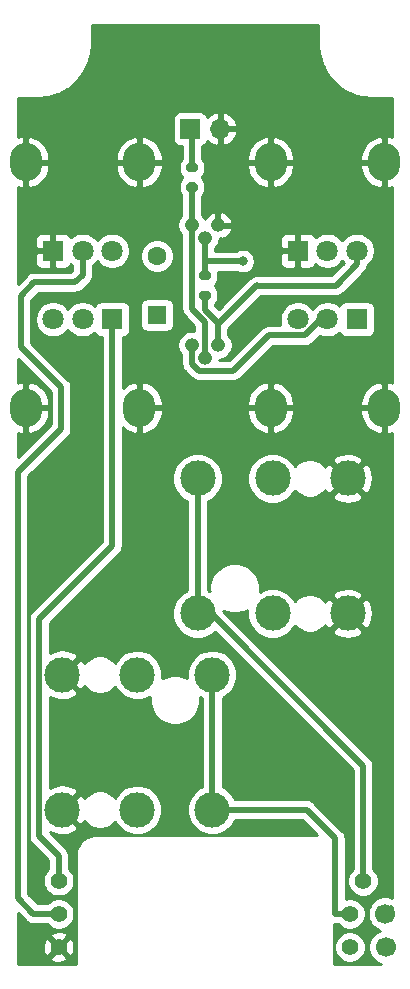
<source format=gbr>
%TF.GenerationSoftware,KiCad,Pcbnew,(5.1.10)-1*%
%TF.CreationDate,2021-10-11T13:20:53+02:00*%
%TF.ProjectId,Fuzz,46757a7a-2e6b-4696-9361-645f70636258,rev?*%
%TF.SameCoordinates,Original*%
%TF.FileFunction,Copper,L1,Top*%
%TF.FilePolarity,Positive*%
%FSLAX46Y46*%
G04 Gerber Fmt 4.6, Leading zero omitted, Abs format (unit mm)*
G04 Created by KiCad (PCBNEW (5.1.10)-1) date 2021-10-11 13:20:53*
%MOMM*%
%LPD*%
G01*
G04 APERTURE LIST*
%TA.AperFunction,ComponentPad*%
%ADD10C,1.600000*%
%TD*%
%TA.AperFunction,ComponentPad*%
%ADD11R,1.600000X1.600000*%
%TD*%
%TA.AperFunction,ComponentPad*%
%ADD12O,2.720000X3.240000*%
%TD*%
%TA.AperFunction,ComponentPad*%
%ADD13C,1.800000*%
%TD*%
%TA.AperFunction,ComponentPad*%
%ADD14R,1.800000X1.800000*%
%TD*%
%TA.AperFunction,ComponentPad*%
%ADD15O,1.200000X1.200000*%
%TD*%
%TA.AperFunction,ComponentPad*%
%ADD16C,1.400000*%
%TD*%
%TA.AperFunction,ComponentPad*%
%ADD17O,1.700000X1.700000*%
%TD*%
%TA.AperFunction,ComponentPad*%
%ADD18R,1.700000X1.700000*%
%TD*%
%TA.AperFunction,ComponentPad*%
%ADD19C,3.000000*%
%TD*%
%TA.AperFunction,ComponentPad*%
%ADD20C,1.700000*%
%TD*%
%TA.AperFunction,ViaPad*%
%ADD21C,0.800000*%
%TD*%
%TA.AperFunction,Conductor*%
%ADD22C,0.500000*%
%TD*%
%TA.AperFunction,Conductor*%
%ADD23C,0.250000*%
%TD*%
%TA.AperFunction,Conductor*%
%ADD24C,0.254000*%
%TD*%
%TA.AperFunction,Conductor*%
%ADD25C,0.100000*%
%TD*%
G04 APERTURE END LIST*
D10*
%TO.P,C1,2*%
%TO.N,Net-(C1-Pad2)*%
X67060000Y-77029999D03*
D11*
%TO.P,C1,1*%
%TO.N,Net-(C1-Pad1)*%
X67060000Y-82029999D03*
%TD*%
D12*
%TO.P,Fuzz1,MP*%
%TO.N,GND*%
X76685001Y-69080000D03*
X86285001Y-69080000D03*
D13*
%TO.P,Fuzz1,3*%
%TO.N,Net-(Fuzz1-Pad3)*%
X83985001Y-76580000D03*
%TO.P,Fuzz1,2*%
%TO.N,Net-(C2-Pad2)*%
X81485001Y-76580000D03*
D14*
%TO.P,Fuzz1,1*%
%TO.N,GND*%
X78985001Y-76580000D03*
%TD*%
D12*
%TO.P,Gain1,MP*%
%TO.N,GND*%
X65554999Y-89890000D03*
X55954999Y-89890000D03*
D13*
%TO.P,Gain1,3*%
%TO.N,Net-(C1-Pad1)*%
X58254999Y-82390000D03*
%TO.P,Gain1,2*%
%TO.N,EFX_IN*%
X60754999Y-82390000D03*
D14*
%TO.P,Gain1,1*%
X63254999Y-82390000D03*
%TD*%
D15*
%TO.P,Q2,3*%
%TO.N,Net-(Bias1-Pad1)*%
X70020000Y-84582000D03*
%TO.P,Q2,2*%
%TO.N,Net-(Q1-Pad3)*%
X71120000Y-85682000D03*
%TO.P,Q2,1*%
%TO.N,Net-(Fuzz1-Pad3)*%
X72220000Y-84582000D03*
%TD*%
%TO.P,Q1,3*%
%TO.N,Net-(Q1-Pad3)*%
X70020000Y-74422000D03*
%TO.P,Q1,2*%
%TO.N,Net-(C1-Pad2)*%
X71120000Y-75522000D03*
%TO.P,Q1,1*%
%TO.N,GND*%
X72220000Y-74422000D03*
%TD*%
D16*
%TO.P,J9,1*%
%TO.N,EFX_OUT*%
X58730000Y-132730000D03*
%TD*%
%TO.P,J8,1*%
%TO.N,LED+*%
X83390000Y-135540000D03*
%TD*%
%TO.P,J7,1*%
%TO.N,EFX_IN*%
X58730000Y-129920000D03*
%TD*%
%TO.P,J6,1*%
%TO.N,OUT*%
X83390000Y-132730000D03*
%TD*%
%TO.P,J5,1*%
%TO.N,GND*%
X58730000Y-135540000D03*
%TD*%
%TO.P,J4,1*%
%TO.N,IN*%
X84505000Y-129945000D03*
%TD*%
D17*
%TO.P,J3,2*%
%TO.N,GND*%
X72410000Y-66270000D03*
D18*
%TO.P,J3,1*%
%TO.N,Net-(D1-Pad1)*%
X69870000Y-66270000D03*
%TD*%
D19*
%TO.P,J2,RN*%
%TO.N,Net-(J2-PadRN)*%
X65380000Y-123920000D03*
%TO.P,J2,R*%
%TO.N,Net-(J2-PadR)*%
X65380000Y-112490000D03*
%TO.P,J2,TN*%
%TO.N,OUT*%
X71730000Y-123920000D03*
%TO.P,J2,G*%
%TO.N,GND*%
X59030000Y-123920000D03*
%TO.P,J2,S*%
X59030000Y-112490000D03*
%TO.P,J2,T*%
%TO.N,OUT*%
X71730000Y-112490000D03*
%TD*%
%TO.P,J1,RN*%
%TO.N,Net-(J1-PadRN)*%
X76840000Y-95860000D03*
%TO.P,J1,R*%
%TO.N,Net-(J1-PadR)*%
X76840000Y-107290000D03*
%TO.P,J1,TN*%
%TO.N,IN*%
X70490000Y-95860000D03*
%TO.P,J1,G*%
%TO.N,GND*%
X83190000Y-95860000D03*
%TO.P,J1,S*%
X83190000Y-107290000D03*
%TO.P,J1,T*%
%TO.N,IN*%
X70490000Y-107290000D03*
%TD*%
%TO.P,R2,1*%
%TO.N,Net-(D1-Pad1)*%
%TA.AperFunction,SMDPad,CuDef*%
G36*
G01*
X69750000Y-69150000D02*
X70300000Y-69150000D01*
G75*
G02*
X70500000Y-69350000I0J-200000D01*
G01*
X70500000Y-69750000D01*
G75*
G02*
X70300000Y-69950000I-200000J0D01*
G01*
X69750000Y-69950000D01*
G75*
G02*
X69550000Y-69750000I0J200000D01*
G01*
X69550000Y-69350000D01*
G75*
G02*
X69750000Y-69150000I200000J0D01*
G01*
G37*
%TD.AperFunction*%
%TO.P,R2,2*%
%TO.N,Net-(Q1-Pad3)*%
%TA.AperFunction,SMDPad,CuDef*%
G36*
G01*
X69750000Y-70800000D02*
X70300000Y-70800000D01*
G75*
G02*
X70500000Y-71000000I0J-200000D01*
G01*
X70500000Y-71400000D01*
G75*
G02*
X70300000Y-71600000I-200000J0D01*
G01*
X69750000Y-71600000D01*
G75*
G02*
X69550000Y-71400000I0J200000D01*
G01*
X69550000Y-71000000D01*
G75*
G02*
X69750000Y-70800000I200000J0D01*
G01*
G37*
%TD.AperFunction*%
%TD*%
%TO.P,R3,2*%
%TO.N,Net-(C1-Pad2)*%
%TA.AperFunction,SMDPad,CuDef*%
G36*
G01*
X71395000Y-79105000D02*
X70845000Y-79105000D01*
G75*
G02*
X70645000Y-78905000I0J200000D01*
G01*
X70645000Y-78505000D01*
G75*
G02*
X70845000Y-78305000I200000J0D01*
G01*
X71395000Y-78305000D01*
G75*
G02*
X71595000Y-78505000I0J-200000D01*
G01*
X71595000Y-78905000D01*
G75*
G02*
X71395000Y-79105000I-200000J0D01*
G01*
G37*
%TD.AperFunction*%
%TO.P,R3,1*%
%TO.N,Net-(Fuzz1-Pad3)*%
%TA.AperFunction,SMDPad,CuDef*%
G36*
G01*
X71395000Y-80755000D02*
X70845000Y-80755000D01*
G75*
G02*
X70645000Y-80555000I0J200000D01*
G01*
X70645000Y-80155000D01*
G75*
G02*
X70845000Y-79955000I200000J0D01*
G01*
X71395000Y-79955000D01*
G75*
G02*
X71595000Y-80155000I0J-200000D01*
G01*
X71595000Y-80555000D01*
G75*
G02*
X71395000Y-80755000I-200000J0D01*
G01*
G37*
%TD.AperFunction*%
%TD*%
D20*
%TO.P,J10,1*%
%TO.N,Net-(D1-Pad1)*%
X86375000Y-132730000D03*
%TD*%
%TO.P,J11,1*%
%TO.N,LED+*%
X86425000Y-135540000D03*
%TD*%
D12*
%TO.P,Bias1,MP*%
%TO.N,GND*%
X86285001Y-89890000D03*
X76685001Y-89890000D03*
D13*
%TO.P,Bias1,3*%
%TO.N,Net-(Bias1-Pad3)*%
X78985001Y-82390000D03*
%TO.P,Bias1,2*%
%TO.N,Net-(Bias1-Pad1)*%
X81485001Y-82390000D03*
D14*
%TO.P,Bias1,1*%
X83985001Y-82390000D03*
%TD*%
%TO.P,Vol1,1*%
%TO.N,GND*%
X58254999Y-76580000D03*
D13*
%TO.P,Vol1,2*%
%TO.N,EFX_OUT*%
X60754999Y-76580000D03*
%TO.P,Vol1,3*%
%TO.N,Net-(C3-Pad1)*%
X63254999Y-76580000D03*
D12*
%TO.P,Vol1,MP*%
%TO.N,GND*%
X65554999Y-69080000D03*
X55954999Y-69080000D03*
%TD*%
D21*
%TO.N,Net-(C1-Pad2)*%
X74320000Y-77470000D03*
%TD*%
D22*
%TO.N,Net-(Bias1-Pad1)*%
X70020000Y-86136002D02*
X70615999Y-86732001D01*
X70020000Y-84582000D02*
X70020000Y-86136002D01*
X81485001Y-82390000D02*
X80983003Y-82390000D01*
X79633002Y-83740001D02*
X76519999Y-83740001D01*
X80983003Y-82390000D02*
X79633002Y-83740001D01*
X73527999Y-86732001D02*
X70615999Y-86732001D01*
X76519999Y-83740001D02*
X73527999Y-86732001D01*
%TO.N,Net-(C1-Pad2)*%
X71120000Y-78280000D02*
X71120000Y-78677000D01*
X71200000Y-77470000D02*
X71120000Y-77390000D01*
X74320000Y-77470000D02*
X71200000Y-77470000D01*
X71120000Y-77390000D02*
X71120000Y-78280000D01*
X71120000Y-75522000D02*
X71120000Y-77390000D01*
%TO.N,EFX_IN*%
X63254999Y-101595001D02*
X62610000Y-102240000D01*
X63254999Y-82390000D02*
X63254999Y-101595001D01*
X62610000Y-102240000D02*
X57079999Y-107770001D01*
X63260000Y-101590000D02*
X62610000Y-102240000D01*
X58730000Y-129920000D02*
X58730000Y-127830000D01*
X57079999Y-126179999D02*
X57079999Y-107770001D01*
X58730000Y-127830000D02*
X57079999Y-126179999D01*
%TO.N,IN*%
X70490000Y-95860000D02*
X70490000Y-107290000D01*
X71620000Y-107290000D02*
X70490000Y-107290000D01*
X84505000Y-120175000D02*
X71620000Y-107290000D01*
X84505000Y-129945000D02*
X84505000Y-120175000D01*
D23*
%TO.N,OUT*%
X71840000Y-113665000D02*
X71800000Y-113625000D01*
D22*
X71730000Y-112490000D02*
X71730000Y-123920000D01*
X77950000Y-123920000D02*
X71730000Y-123920000D01*
X79720000Y-123920000D02*
X77950000Y-123920000D01*
X82145010Y-126345010D02*
X79720000Y-123920000D01*
X82145010Y-132730000D02*
X82145010Y-126345010D01*
X83390000Y-132730000D02*
X82145010Y-132730000D01*
%TO.N,EFX_OUT*%
X55260000Y-131394990D02*
X56595010Y-132730000D01*
X58910000Y-91670000D02*
X55260000Y-95320000D01*
X58930000Y-88150000D02*
X58930000Y-91670000D01*
X55540000Y-84760000D02*
X58930000Y-88150000D01*
X56595010Y-132730000D02*
X58730000Y-132730000D01*
X55530000Y-84760000D02*
X55540000Y-84760000D01*
X55530000Y-80380000D02*
X55530000Y-84760000D01*
X55260000Y-95320000D02*
X55260000Y-131394990D01*
X58930000Y-91670000D02*
X58910000Y-91670000D01*
X56670000Y-79240000D02*
X55530000Y-80380000D01*
X60140000Y-79240000D02*
X56670000Y-79240000D01*
X60754999Y-78625001D02*
X60140000Y-79240000D01*
X60754999Y-76580000D02*
X60754999Y-78625001D01*
%TO.N,Net-(D1-Pad1)*%
X70020000Y-66420000D02*
X69870000Y-66270000D01*
X70025000Y-66425000D02*
X69870000Y-66270000D01*
X70025000Y-69550000D02*
X70025000Y-66425000D01*
X86375000Y-132730000D02*
X86850000Y-132255000D01*
%TO.N,Net-(Fuzz1-Pad3)*%
X72220000Y-82695000D02*
X72280000Y-82695000D01*
X72220000Y-84582000D02*
X72220000Y-82695000D01*
X72280000Y-82745000D02*
X75500000Y-79525000D01*
X72220000Y-82695000D02*
X71120000Y-81595000D01*
X71120000Y-81595000D02*
X71120000Y-80327000D01*
X83985001Y-77739999D02*
X83985001Y-76580000D01*
X82195000Y-79530000D02*
X83985001Y-77739999D01*
X75500000Y-79530000D02*
X82195000Y-79530000D01*
%TO.N,Net-(Q1-Pad3)*%
X71120000Y-82584962D02*
X70020000Y-81484962D01*
X71120000Y-85682000D02*
X71120000Y-82584962D01*
X70020000Y-81484962D02*
X70020000Y-74422000D01*
X70020000Y-71205000D02*
X70025000Y-71200000D01*
X70020000Y-74422000D02*
X70020000Y-71205000D01*
%TD*%
D24*
%TO.N,GND*%
X80710000Y-59062418D02*
X80712988Y-59092752D01*
X80712813Y-59117743D01*
X80713713Y-59126914D01*
X80795315Y-59903302D01*
X80807338Y-59961871D01*
X80818551Y-60020657D01*
X80821215Y-60029479D01*
X81052063Y-60775229D01*
X81075238Y-60830359D01*
X81097652Y-60885838D01*
X81101979Y-60893974D01*
X81473282Y-61580684D01*
X81506727Y-61630268D01*
X81539487Y-61680331D01*
X81545311Y-61687472D01*
X82042924Y-62288983D01*
X82085376Y-62331140D01*
X82127223Y-62373873D01*
X82134318Y-62379741D01*
X82134324Y-62379747D01*
X82134331Y-62379751D01*
X82739294Y-62873148D01*
X82789087Y-62906230D01*
X82838476Y-62940048D01*
X82846583Y-62944430D01*
X83535867Y-63310930D01*
X83591182Y-63333729D01*
X83646154Y-63357290D01*
X83654957Y-63360015D01*
X84402302Y-63585652D01*
X84461011Y-63597277D01*
X84519494Y-63609708D01*
X84528657Y-63610671D01*
X84528659Y-63610671D01*
X85305596Y-63686850D01*
X85305598Y-63686850D01*
X85337581Y-63690000D01*
X86960001Y-63690000D01*
X86960001Y-66941410D01*
X86931123Y-66928260D01*
X86721891Y-66873425D01*
X86412001Y-66988147D01*
X86412001Y-68953000D01*
X86432001Y-68953000D01*
X86432001Y-69207000D01*
X86412001Y-69207000D01*
X86412001Y-71171853D01*
X86721891Y-71286575D01*
X86931123Y-71231740D01*
X86960001Y-71218590D01*
X86960001Y-87751410D01*
X86931123Y-87738260D01*
X86721891Y-87683425D01*
X86412001Y-87798147D01*
X86412001Y-89763000D01*
X86432001Y-89763000D01*
X86432001Y-90017000D01*
X86412001Y-90017000D01*
X86412001Y-91981853D01*
X86721891Y-92096575D01*
X86931123Y-92041740D01*
X86960001Y-92028590D01*
X86960000Y-131364963D01*
X86808158Y-131302068D01*
X86521260Y-131245000D01*
X86228740Y-131245000D01*
X85941842Y-131302068D01*
X85671589Y-131414010D01*
X85428368Y-131576525D01*
X85221525Y-131783368D01*
X85059010Y-132026589D01*
X84947068Y-132296842D01*
X84890000Y-132583740D01*
X84890000Y-132876260D01*
X84947068Y-133163158D01*
X85059010Y-133433411D01*
X85221525Y-133676632D01*
X85428368Y-133883475D01*
X85671589Y-134045990D01*
X85911479Y-134145355D01*
X85721589Y-134224010D01*
X85478368Y-134386525D01*
X85271525Y-134593368D01*
X85109010Y-134836589D01*
X84997068Y-135106842D01*
X84940000Y-135393740D01*
X84940000Y-135686260D01*
X84997068Y-135973158D01*
X85109010Y-136243411D01*
X85271525Y-136486632D01*
X85478368Y-136693475D01*
X85721589Y-136855990D01*
X85991842Y-136967932D01*
X86002238Y-136970000D01*
X82050000Y-136970000D01*
X82050000Y-135408514D01*
X82055000Y-135408514D01*
X82055000Y-135671486D01*
X82106304Y-135929405D01*
X82206939Y-136172359D01*
X82353038Y-136391013D01*
X82538987Y-136576962D01*
X82757641Y-136723061D01*
X83000595Y-136823696D01*
X83258514Y-136875000D01*
X83521486Y-136875000D01*
X83779405Y-136823696D01*
X84022359Y-136723061D01*
X84241013Y-136576962D01*
X84426962Y-136391013D01*
X84573061Y-136172359D01*
X84673696Y-135929405D01*
X84725000Y-135671486D01*
X84725000Y-135408514D01*
X84673696Y-135150595D01*
X84573061Y-134907641D01*
X84426962Y-134688987D01*
X84241013Y-134503038D01*
X84022359Y-134356939D01*
X83779405Y-134256304D01*
X83521486Y-134205000D01*
X83258514Y-134205000D01*
X83000595Y-134256304D01*
X82757641Y-134356939D01*
X82538987Y-134503038D01*
X82353038Y-134688987D01*
X82206939Y-134907641D01*
X82106304Y-135150595D01*
X82055000Y-135408514D01*
X82050000Y-135408514D01*
X82050000Y-133609924D01*
X82145010Y-133619282D01*
X82188486Y-133615000D01*
X82387025Y-133615000D01*
X82538987Y-133766962D01*
X82757641Y-133913061D01*
X83000595Y-134013696D01*
X83258514Y-134065000D01*
X83521486Y-134065000D01*
X83779405Y-134013696D01*
X84022359Y-133913061D01*
X84241013Y-133766962D01*
X84426962Y-133581013D01*
X84573061Y-133362359D01*
X84673696Y-133119405D01*
X84725000Y-132861486D01*
X84725000Y-132598514D01*
X84673696Y-132340595D01*
X84573061Y-132097641D01*
X84426962Y-131878987D01*
X84241013Y-131693038D01*
X84022359Y-131546939D01*
X83779405Y-131446304D01*
X83521486Y-131395000D01*
X83258514Y-131395000D01*
X83030010Y-131440453D01*
X83030010Y-126388476D01*
X83034291Y-126345009D01*
X83030010Y-126301543D01*
X83030010Y-126301533D01*
X83017205Y-126171520D01*
X82966599Y-126004697D01*
X82884421Y-125850951D01*
X82773827Y-125716193D01*
X82740059Y-125688480D01*
X80376534Y-123324956D01*
X80348817Y-123291183D01*
X80214059Y-123180589D01*
X80060313Y-123098411D01*
X79893490Y-123047805D01*
X79763477Y-123035000D01*
X79763469Y-123035000D01*
X79720000Y-123030719D01*
X79676531Y-123035000D01*
X73674328Y-123035000D01*
X73622012Y-122908698D01*
X73388363Y-122559017D01*
X73090983Y-122261637D01*
X72741302Y-122027988D01*
X72615000Y-121975672D01*
X72615000Y-114434328D01*
X72741302Y-114382012D01*
X73090983Y-114148363D01*
X73388363Y-113850983D01*
X73622012Y-113501302D01*
X73782953Y-113112756D01*
X73865000Y-112700279D01*
X73865000Y-112279721D01*
X73782953Y-111867244D01*
X73622012Y-111478698D01*
X73388363Y-111129017D01*
X73090983Y-110831637D01*
X72741302Y-110597988D01*
X72352756Y-110437047D01*
X71940279Y-110355000D01*
X71519721Y-110355000D01*
X71107244Y-110437047D01*
X70718698Y-110597988D01*
X70369017Y-110831637D01*
X70071637Y-111129017D01*
X69837988Y-111478698D01*
X69677047Y-111867244D01*
X69595000Y-112279721D01*
X69595000Y-112700279D01*
X69601923Y-112735085D01*
X69591302Y-112727988D01*
X69202756Y-112567047D01*
X68790279Y-112485000D01*
X68369721Y-112485000D01*
X67957244Y-112567047D01*
X67568698Y-112727988D01*
X67500413Y-112773615D01*
X67515000Y-112700279D01*
X67515000Y-112279721D01*
X67432953Y-111867244D01*
X67272012Y-111478698D01*
X67038363Y-111129017D01*
X66740983Y-110831637D01*
X66391302Y-110597988D01*
X66002756Y-110437047D01*
X65590279Y-110355000D01*
X65169721Y-110355000D01*
X64757244Y-110437047D01*
X64368698Y-110597988D01*
X64019017Y-110831637D01*
X63721637Y-111129017D01*
X63504328Y-111454244D01*
X63499987Y-111447748D01*
X63272252Y-111220013D01*
X63004463Y-111041082D01*
X62706912Y-110917832D01*
X62391033Y-110855000D01*
X62068967Y-110855000D01*
X61753088Y-110917832D01*
X61455537Y-111041082D01*
X61187748Y-111220013D01*
X60960013Y-111447748D01*
X60925579Y-111499283D01*
X60837214Y-111333962D01*
X60521653Y-111177952D01*
X59209605Y-112490000D01*
X60521653Y-113802048D01*
X60837214Y-113646038D01*
X60923196Y-113477151D01*
X60960013Y-113532252D01*
X61187748Y-113759987D01*
X61455537Y-113938918D01*
X61753088Y-114062168D01*
X62068967Y-114125000D01*
X62391033Y-114125000D01*
X62706912Y-114062168D01*
X63004463Y-113938918D01*
X63272252Y-113759987D01*
X63499987Y-113532252D01*
X63504328Y-113525756D01*
X63721637Y-113850983D01*
X64019017Y-114148363D01*
X64368698Y-114382012D01*
X64757244Y-114542953D01*
X65169721Y-114625000D01*
X65590279Y-114625000D01*
X66002756Y-114542953D01*
X66391302Y-114382012D01*
X66459587Y-114336385D01*
X66445000Y-114409721D01*
X66445000Y-114830279D01*
X66527047Y-115242756D01*
X66687988Y-115631302D01*
X66921637Y-115980983D01*
X67219017Y-116278363D01*
X67568698Y-116512012D01*
X67957244Y-116672953D01*
X68369721Y-116755000D01*
X68790279Y-116755000D01*
X69202756Y-116672953D01*
X69591302Y-116512012D01*
X69940983Y-116278363D01*
X70238363Y-115980983D01*
X70472012Y-115631302D01*
X70632953Y-115242756D01*
X70715000Y-114830279D01*
X70715000Y-114409721D01*
X70708077Y-114374915D01*
X70718698Y-114382012D01*
X70845000Y-114434328D01*
X70845001Y-121975672D01*
X70718698Y-122027988D01*
X70369017Y-122261637D01*
X70071637Y-122559017D01*
X69837988Y-122908698D01*
X69677047Y-123297244D01*
X69595000Y-123709721D01*
X69595000Y-124130279D01*
X69677047Y-124542756D01*
X69837988Y-124931302D01*
X70071637Y-125280983D01*
X70369017Y-125578363D01*
X70718698Y-125812012D01*
X71107244Y-125972953D01*
X71519721Y-126055000D01*
X71940279Y-126055000D01*
X72352756Y-125972953D01*
X72741302Y-125812012D01*
X73090983Y-125578363D01*
X73388363Y-125280983D01*
X73622012Y-124931302D01*
X73674328Y-124805000D01*
X79353422Y-124805000D01*
X80639744Y-126091323D01*
X80454405Y-126073150D01*
X80454402Y-126073150D01*
X80422419Y-126070000D01*
X61817581Y-126070000D01*
X61789326Y-126072783D01*
X61783199Y-126072740D01*
X61774028Y-126073640D01*
X61579931Y-126094041D01*
X61521348Y-126106066D01*
X61462577Y-126117277D01*
X61453755Y-126119941D01*
X61267317Y-126177653D01*
X61212162Y-126200838D01*
X61156709Y-126223242D01*
X61148573Y-126227568D01*
X60976896Y-126320393D01*
X60927278Y-126353861D01*
X60877247Y-126386600D01*
X60870106Y-126392424D01*
X60719728Y-126516828D01*
X60677589Y-126559263D01*
X60634839Y-126601126D01*
X60628966Y-126608227D01*
X60505616Y-126759469D01*
X60472534Y-126809262D01*
X60438716Y-126858651D01*
X60434333Y-126866757D01*
X60342708Y-127039079D01*
X60319909Y-127094394D01*
X60296348Y-127149366D01*
X60293623Y-127158169D01*
X60237214Y-127345005D01*
X60225594Y-127403693D01*
X60213158Y-127462196D01*
X60212195Y-127471361D01*
X60193150Y-127665595D01*
X60193150Y-127665608D01*
X60190001Y-127697581D01*
X60190000Y-136970000D01*
X55280000Y-136970000D01*
X55280000Y-136461269D01*
X57988336Y-136461269D01*
X58047797Y-136695037D01*
X58286242Y-136805934D01*
X58541740Y-136868183D01*
X58804473Y-136879390D01*
X59064344Y-136839125D01*
X59311366Y-136748935D01*
X59412203Y-136695037D01*
X59471664Y-136461269D01*
X58730000Y-135719605D01*
X57988336Y-136461269D01*
X55280000Y-136461269D01*
X55280000Y-135614473D01*
X57390610Y-135614473D01*
X57430875Y-135874344D01*
X57521065Y-136121366D01*
X57574963Y-136222203D01*
X57808731Y-136281664D01*
X58550395Y-135540000D01*
X58909605Y-135540000D01*
X59651269Y-136281664D01*
X59885037Y-136222203D01*
X59995934Y-135983758D01*
X60058183Y-135728260D01*
X60069390Y-135465527D01*
X60029125Y-135205656D01*
X59938935Y-134958634D01*
X59885037Y-134857797D01*
X59651269Y-134798336D01*
X58909605Y-135540000D01*
X58550395Y-135540000D01*
X57808731Y-134798336D01*
X57574963Y-134857797D01*
X57464066Y-135096242D01*
X57401817Y-135351740D01*
X57390610Y-135614473D01*
X55280000Y-135614473D01*
X55280000Y-134618731D01*
X57988336Y-134618731D01*
X58730000Y-135360395D01*
X59471664Y-134618731D01*
X59412203Y-134384963D01*
X59173758Y-134274066D01*
X58918260Y-134211817D01*
X58655527Y-134200610D01*
X58395656Y-134240875D01*
X58148634Y-134331065D01*
X58047797Y-134384963D01*
X57988336Y-134618731D01*
X55280000Y-134618731D01*
X55280000Y-132666568D01*
X55938480Y-133325049D01*
X55966193Y-133358817D01*
X55999961Y-133386530D01*
X55999963Y-133386532D01*
X56057085Y-133433411D01*
X56100951Y-133469411D01*
X56254697Y-133551589D01*
X56421520Y-133602195D01*
X56551533Y-133615000D01*
X56551543Y-133615000D01*
X56595009Y-133619281D01*
X56638475Y-133615000D01*
X57727025Y-133615000D01*
X57878987Y-133766962D01*
X58097641Y-133913061D01*
X58340595Y-134013696D01*
X58598514Y-134065000D01*
X58861486Y-134065000D01*
X59119405Y-134013696D01*
X59362359Y-133913061D01*
X59581013Y-133766962D01*
X59766962Y-133581013D01*
X59913061Y-133362359D01*
X60013696Y-133119405D01*
X60065000Y-132861486D01*
X60065000Y-132598514D01*
X60013696Y-132340595D01*
X59913061Y-132097641D01*
X59766962Y-131878987D01*
X59581013Y-131693038D01*
X59362359Y-131546939D01*
X59119405Y-131446304D01*
X58861486Y-131395000D01*
X58598514Y-131395000D01*
X58340595Y-131446304D01*
X58097641Y-131546939D01*
X57878987Y-131693038D01*
X57727025Y-131845000D01*
X56961589Y-131845000D01*
X56145000Y-131028412D01*
X56145000Y-107770001D01*
X56190718Y-107770001D01*
X56195000Y-107813480D01*
X56194999Y-126136530D01*
X56190718Y-126179999D01*
X56194999Y-126223468D01*
X56194999Y-126223475D01*
X56204545Y-126320394D01*
X56207804Y-126353489D01*
X56218455Y-126388598D01*
X56258410Y-126520311D01*
X56340588Y-126674057D01*
X56451182Y-126808816D01*
X56484955Y-126836533D01*
X57845001Y-128196580D01*
X57845000Y-128917025D01*
X57693038Y-129068987D01*
X57546939Y-129287641D01*
X57446304Y-129530595D01*
X57395000Y-129788514D01*
X57395000Y-130051486D01*
X57446304Y-130309405D01*
X57546939Y-130552359D01*
X57693038Y-130771013D01*
X57878987Y-130956962D01*
X58097641Y-131103061D01*
X58340595Y-131203696D01*
X58598514Y-131255000D01*
X58861486Y-131255000D01*
X59119405Y-131203696D01*
X59362359Y-131103061D01*
X59581013Y-130956962D01*
X59766962Y-130771013D01*
X59913061Y-130552359D01*
X60013696Y-130309405D01*
X60065000Y-130051486D01*
X60065000Y-129788514D01*
X60013696Y-129530595D01*
X59913061Y-129287641D01*
X59766962Y-129068987D01*
X59615000Y-128917025D01*
X59615000Y-127873469D01*
X59619281Y-127830000D01*
X59615000Y-127786531D01*
X59615000Y-127786523D01*
X59602195Y-127656510D01*
X59551589Y-127489687D01*
X59469411Y-127335941D01*
X59453798Y-127316917D01*
X59386532Y-127234953D01*
X59386530Y-127234951D01*
X59358817Y-127201183D01*
X59325049Y-127173470D01*
X57964999Y-125813421D01*
X57964999Y-125773562D01*
X58248745Y-125918020D01*
X58653551Y-126032044D01*
X59072824Y-126064902D01*
X59490451Y-126015334D01*
X59890383Y-125885243D01*
X60186038Y-125727214D01*
X60342048Y-125411653D01*
X59030000Y-124099605D01*
X59015858Y-124113748D01*
X58836253Y-123934143D01*
X58850395Y-123920000D01*
X59209605Y-123920000D01*
X60521653Y-125232048D01*
X60837214Y-125076038D01*
X60923196Y-124907151D01*
X60960013Y-124962252D01*
X61187748Y-125189987D01*
X61455537Y-125368918D01*
X61753088Y-125492168D01*
X62068967Y-125555000D01*
X62391033Y-125555000D01*
X62706912Y-125492168D01*
X63004463Y-125368918D01*
X63272252Y-125189987D01*
X63499987Y-124962252D01*
X63504328Y-124955756D01*
X63721637Y-125280983D01*
X64019017Y-125578363D01*
X64368698Y-125812012D01*
X64757244Y-125972953D01*
X65169721Y-126055000D01*
X65590279Y-126055000D01*
X66002756Y-125972953D01*
X66391302Y-125812012D01*
X66740983Y-125578363D01*
X67038363Y-125280983D01*
X67272012Y-124931302D01*
X67432953Y-124542756D01*
X67515000Y-124130279D01*
X67515000Y-123709721D01*
X67432953Y-123297244D01*
X67272012Y-122908698D01*
X67038363Y-122559017D01*
X66740983Y-122261637D01*
X66391302Y-122027988D01*
X66002756Y-121867047D01*
X65590279Y-121785000D01*
X65169721Y-121785000D01*
X64757244Y-121867047D01*
X64368698Y-122027988D01*
X64019017Y-122261637D01*
X63721637Y-122559017D01*
X63504328Y-122884244D01*
X63499987Y-122877748D01*
X63272252Y-122650013D01*
X63004463Y-122471082D01*
X62706912Y-122347832D01*
X62391033Y-122285000D01*
X62068967Y-122285000D01*
X61753088Y-122347832D01*
X61455537Y-122471082D01*
X61187748Y-122650013D01*
X60960013Y-122877748D01*
X60925579Y-122929283D01*
X60837214Y-122763962D01*
X60521653Y-122607952D01*
X59209605Y-123920000D01*
X58850395Y-123920000D01*
X58836253Y-123905858D01*
X59015858Y-123726253D01*
X59030000Y-123740395D01*
X60342048Y-122428347D01*
X60186038Y-122112786D01*
X59811255Y-121921980D01*
X59406449Y-121807956D01*
X58987176Y-121775098D01*
X58569549Y-121824666D01*
X58169617Y-121954757D01*
X57964999Y-122064126D01*
X57964999Y-114343562D01*
X58248745Y-114488020D01*
X58653551Y-114602044D01*
X59072824Y-114634902D01*
X59490451Y-114585334D01*
X59890383Y-114455243D01*
X60186038Y-114297214D01*
X60342048Y-113981653D01*
X59030000Y-112669605D01*
X59015858Y-112683748D01*
X58836253Y-112504143D01*
X58850395Y-112490000D01*
X58836253Y-112475858D01*
X59015858Y-112296253D01*
X59030000Y-112310395D01*
X60342048Y-110998347D01*
X60186038Y-110682786D01*
X59811255Y-110491980D01*
X59406449Y-110377956D01*
X58987176Y-110345098D01*
X58569549Y-110394666D01*
X58169617Y-110524757D01*
X57964999Y-110634126D01*
X57964999Y-108136579D01*
X63266532Y-102835047D01*
X63266536Y-102835042D01*
X63850048Y-102251531D01*
X63883816Y-102223818D01*
X63911531Y-102190048D01*
X63916532Y-102185047D01*
X63999411Y-102084059D01*
X64081588Y-101930314D01*
X64132195Y-101763490D01*
X64149281Y-101590000D01*
X64139999Y-101495751D01*
X64139999Y-95649721D01*
X68355000Y-95649721D01*
X68355000Y-96070279D01*
X68437047Y-96482756D01*
X68597988Y-96871302D01*
X68831637Y-97220983D01*
X69129017Y-97518363D01*
X69478698Y-97752012D01*
X69605000Y-97804328D01*
X69605001Y-105345672D01*
X69478698Y-105397988D01*
X69129017Y-105631637D01*
X68831637Y-105929017D01*
X68597988Y-106278698D01*
X68437047Y-106667244D01*
X68355000Y-107079721D01*
X68355000Y-107500279D01*
X68437047Y-107912756D01*
X68597988Y-108301302D01*
X68831637Y-108650983D01*
X69129017Y-108948363D01*
X69478698Y-109182012D01*
X69867244Y-109342953D01*
X70279721Y-109425000D01*
X70700279Y-109425000D01*
X71112756Y-109342953D01*
X71501302Y-109182012D01*
X71850983Y-108948363D01*
X71938884Y-108860462D01*
X83620001Y-120541580D01*
X83620000Y-128942025D01*
X83468038Y-129093987D01*
X83321939Y-129312641D01*
X83221304Y-129555595D01*
X83170000Y-129813514D01*
X83170000Y-130076486D01*
X83221304Y-130334405D01*
X83321939Y-130577359D01*
X83468038Y-130796013D01*
X83653987Y-130981962D01*
X83872641Y-131128061D01*
X84115595Y-131228696D01*
X84373514Y-131280000D01*
X84636486Y-131280000D01*
X84894405Y-131228696D01*
X85137359Y-131128061D01*
X85356013Y-130981962D01*
X85541962Y-130796013D01*
X85688061Y-130577359D01*
X85788696Y-130334405D01*
X85840000Y-130076486D01*
X85840000Y-129813514D01*
X85788696Y-129555595D01*
X85688061Y-129312641D01*
X85541962Y-129093987D01*
X85390000Y-128942025D01*
X85390000Y-120218469D01*
X85394281Y-120175000D01*
X85390000Y-120131531D01*
X85390000Y-120131523D01*
X85377195Y-120001510D01*
X85326589Y-119834687D01*
X85244411Y-119680941D01*
X85133817Y-119546183D01*
X85100049Y-119518470D01*
X72637049Y-107055471D01*
X73017244Y-107212953D01*
X73429721Y-107295000D01*
X73850279Y-107295000D01*
X74262756Y-107212953D01*
X74651302Y-107052012D01*
X74719587Y-107006385D01*
X74705000Y-107079721D01*
X74705000Y-107500279D01*
X74787047Y-107912756D01*
X74947988Y-108301302D01*
X75181637Y-108650983D01*
X75479017Y-108948363D01*
X75828698Y-109182012D01*
X76217244Y-109342953D01*
X76629721Y-109425000D01*
X77050279Y-109425000D01*
X77462756Y-109342953D01*
X77851302Y-109182012D01*
X78200983Y-108948363D01*
X78498363Y-108650983D01*
X78715672Y-108325756D01*
X78720013Y-108332252D01*
X78947748Y-108559987D01*
X79215537Y-108738918D01*
X79513088Y-108862168D01*
X79828967Y-108925000D01*
X80151033Y-108925000D01*
X80466912Y-108862168D01*
X80661291Y-108781653D01*
X81877952Y-108781653D01*
X82033962Y-109097214D01*
X82408745Y-109288020D01*
X82813551Y-109402044D01*
X83232824Y-109434902D01*
X83650451Y-109385334D01*
X84050383Y-109255243D01*
X84346038Y-109097214D01*
X84502048Y-108781653D01*
X83190000Y-107469605D01*
X81877952Y-108781653D01*
X80661291Y-108781653D01*
X80764463Y-108738918D01*
X81032252Y-108559987D01*
X81259987Y-108332252D01*
X81294421Y-108280717D01*
X81382786Y-108446038D01*
X81698347Y-108602048D01*
X83010395Y-107290000D01*
X83369605Y-107290000D01*
X84681653Y-108602048D01*
X84997214Y-108446038D01*
X85188020Y-108071255D01*
X85302044Y-107666449D01*
X85334902Y-107247176D01*
X85285334Y-106829549D01*
X85155243Y-106429617D01*
X84997214Y-106133962D01*
X84681653Y-105977952D01*
X83369605Y-107290000D01*
X83010395Y-107290000D01*
X81698347Y-105977952D01*
X81382786Y-106133962D01*
X81296804Y-106302849D01*
X81259987Y-106247748D01*
X81032252Y-106020013D01*
X80764463Y-105841082D01*
X80661292Y-105798347D01*
X81877952Y-105798347D01*
X83190000Y-107110395D01*
X84502048Y-105798347D01*
X84346038Y-105482786D01*
X83971255Y-105291980D01*
X83566449Y-105177956D01*
X83147176Y-105145098D01*
X82729549Y-105194666D01*
X82329617Y-105324757D01*
X82033962Y-105482786D01*
X81877952Y-105798347D01*
X80661292Y-105798347D01*
X80466912Y-105717832D01*
X80151033Y-105655000D01*
X79828967Y-105655000D01*
X79513088Y-105717832D01*
X79215537Y-105841082D01*
X78947748Y-106020013D01*
X78720013Y-106247748D01*
X78715672Y-106254244D01*
X78498363Y-105929017D01*
X78200983Y-105631637D01*
X77851302Y-105397988D01*
X77462756Y-105237047D01*
X77050279Y-105155000D01*
X76629721Y-105155000D01*
X76217244Y-105237047D01*
X75828698Y-105397988D01*
X75760413Y-105443615D01*
X75775000Y-105370279D01*
X75775000Y-104949721D01*
X75692953Y-104537244D01*
X75532012Y-104148698D01*
X75298363Y-103799017D01*
X75000983Y-103501637D01*
X74651302Y-103267988D01*
X74262756Y-103107047D01*
X73850279Y-103025000D01*
X73429721Y-103025000D01*
X73017244Y-103107047D01*
X72628698Y-103267988D01*
X72279017Y-103501637D01*
X71981637Y-103799017D01*
X71747988Y-104148698D01*
X71587047Y-104537244D01*
X71505000Y-104949721D01*
X71505000Y-105370279D01*
X71511923Y-105405085D01*
X71501302Y-105397988D01*
X71375000Y-105345672D01*
X71375000Y-97804328D01*
X71501302Y-97752012D01*
X71850983Y-97518363D01*
X72148363Y-97220983D01*
X72382012Y-96871302D01*
X72542953Y-96482756D01*
X72625000Y-96070279D01*
X72625000Y-95649721D01*
X74705000Y-95649721D01*
X74705000Y-96070279D01*
X74787047Y-96482756D01*
X74947988Y-96871302D01*
X75181637Y-97220983D01*
X75479017Y-97518363D01*
X75828698Y-97752012D01*
X76217244Y-97912953D01*
X76629721Y-97995000D01*
X77050279Y-97995000D01*
X77462756Y-97912953D01*
X77851302Y-97752012D01*
X78200983Y-97518363D01*
X78498363Y-97220983D01*
X78715672Y-96895756D01*
X78720013Y-96902252D01*
X78947748Y-97129987D01*
X79215537Y-97308918D01*
X79513088Y-97432168D01*
X79828967Y-97495000D01*
X80151033Y-97495000D01*
X80466912Y-97432168D01*
X80661291Y-97351653D01*
X81877952Y-97351653D01*
X82033962Y-97667214D01*
X82408745Y-97858020D01*
X82813551Y-97972044D01*
X83232824Y-98004902D01*
X83650451Y-97955334D01*
X84050383Y-97825243D01*
X84346038Y-97667214D01*
X84502048Y-97351653D01*
X83190000Y-96039605D01*
X81877952Y-97351653D01*
X80661291Y-97351653D01*
X80764463Y-97308918D01*
X81032252Y-97129987D01*
X81259987Y-96902252D01*
X81294421Y-96850717D01*
X81382786Y-97016038D01*
X81698347Y-97172048D01*
X83010395Y-95860000D01*
X83369605Y-95860000D01*
X84681653Y-97172048D01*
X84997214Y-97016038D01*
X85188020Y-96641255D01*
X85302044Y-96236449D01*
X85334902Y-95817176D01*
X85285334Y-95399549D01*
X85155243Y-94999617D01*
X84997214Y-94703962D01*
X84681653Y-94547952D01*
X83369605Y-95860000D01*
X83010395Y-95860000D01*
X81698347Y-94547952D01*
X81382786Y-94703962D01*
X81296804Y-94872849D01*
X81259987Y-94817748D01*
X81032252Y-94590013D01*
X80764463Y-94411082D01*
X80661292Y-94368347D01*
X81877952Y-94368347D01*
X83190000Y-95680395D01*
X84502048Y-94368347D01*
X84346038Y-94052786D01*
X83971255Y-93861980D01*
X83566449Y-93747956D01*
X83147176Y-93715098D01*
X82729549Y-93764666D01*
X82329617Y-93894757D01*
X82033962Y-94052786D01*
X81877952Y-94368347D01*
X80661292Y-94368347D01*
X80466912Y-94287832D01*
X80151033Y-94225000D01*
X79828967Y-94225000D01*
X79513088Y-94287832D01*
X79215537Y-94411082D01*
X78947748Y-94590013D01*
X78720013Y-94817748D01*
X78715672Y-94824244D01*
X78498363Y-94499017D01*
X78200983Y-94201637D01*
X77851302Y-93967988D01*
X77462756Y-93807047D01*
X77050279Y-93725000D01*
X76629721Y-93725000D01*
X76217244Y-93807047D01*
X75828698Y-93967988D01*
X75479017Y-94201637D01*
X75181637Y-94499017D01*
X74947988Y-94848698D01*
X74787047Y-95237244D01*
X74705000Y-95649721D01*
X72625000Y-95649721D01*
X72542953Y-95237244D01*
X72382012Y-94848698D01*
X72148363Y-94499017D01*
X71850983Y-94201637D01*
X71501302Y-93967988D01*
X71112756Y-93807047D01*
X70700279Y-93725000D01*
X70279721Y-93725000D01*
X69867244Y-93807047D01*
X69478698Y-93967988D01*
X69129017Y-94201637D01*
X68831637Y-94499017D01*
X68597988Y-94848698D01*
X68437047Y-95237244D01*
X68355000Y-95649721D01*
X64139999Y-95649721D01*
X64139999Y-91549606D01*
X64234123Y-91650480D01*
X64552232Y-91879339D01*
X64908877Y-92041740D01*
X65118109Y-92096575D01*
X65427999Y-91981853D01*
X65427999Y-90017000D01*
X65681999Y-90017000D01*
X65681999Y-91981853D01*
X65991889Y-92096575D01*
X66201121Y-92041740D01*
X66557766Y-91879339D01*
X66875875Y-91650480D01*
X67143224Y-91363959D01*
X67349538Y-91030786D01*
X67486889Y-90663765D01*
X67549999Y-90277000D01*
X67549999Y-90017000D01*
X74690001Y-90017000D01*
X74690001Y-90277000D01*
X74753111Y-90663765D01*
X74890462Y-91030786D01*
X75096776Y-91363959D01*
X75364125Y-91650480D01*
X75682234Y-91879339D01*
X76038879Y-92041740D01*
X76248111Y-92096575D01*
X76558001Y-91981853D01*
X76558001Y-90017000D01*
X76812001Y-90017000D01*
X76812001Y-91981853D01*
X77121891Y-92096575D01*
X77331123Y-92041740D01*
X77687768Y-91879339D01*
X78005877Y-91650480D01*
X78273226Y-91363959D01*
X78479540Y-91030786D01*
X78616891Y-90663765D01*
X78680001Y-90277000D01*
X78680001Y-90017000D01*
X84290001Y-90017000D01*
X84290001Y-90277000D01*
X84353111Y-90663765D01*
X84490462Y-91030786D01*
X84696776Y-91363959D01*
X84964125Y-91650480D01*
X85282234Y-91879339D01*
X85638879Y-92041740D01*
X85848111Y-92096575D01*
X86158001Y-91981853D01*
X86158001Y-90017000D01*
X84290001Y-90017000D01*
X78680001Y-90017000D01*
X76812001Y-90017000D01*
X76558001Y-90017000D01*
X74690001Y-90017000D01*
X67549999Y-90017000D01*
X65681999Y-90017000D01*
X65427999Y-90017000D01*
X65407999Y-90017000D01*
X65407999Y-89763000D01*
X65427999Y-89763000D01*
X65427999Y-87798147D01*
X65681999Y-87798147D01*
X65681999Y-89763000D01*
X67549999Y-89763000D01*
X67549999Y-89503000D01*
X74690001Y-89503000D01*
X74690001Y-89763000D01*
X76558001Y-89763000D01*
X76558001Y-87798147D01*
X76812001Y-87798147D01*
X76812001Y-89763000D01*
X78680001Y-89763000D01*
X78680001Y-89503000D01*
X84290001Y-89503000D01*
X84290001Y-89763000D01*
X86158001Y-89763000D01*
X86158001Y-87798147D01*
X85848111Y-87683425D01*
X85638879Y-87738260D01*
X85282234Y-87900661D01*
X84964125Y-88129520D01*
X84696776Y-88416041D01*
X84490462Y-88749214D01*
X84353111Y-89116235D01*
X84290001Y-89503000D01*
X78680001Y-89503000D01*
X78616891Y-89116235D01*
X78479540Y-88749214D01*
X78273226Y-88416041D01*
X78005877Y-88129520D01*
X77687768Y-87900661D01*
X77331123Y-87738260D01*
X77121891Y-87683425D01*
X76812001Y-87798147D01*
X76558001Y-87798147D01*
X76248111Y-87683425D01*
X76038879Y-87738260D01*
X75682234Y-87900661D01*
X75364125Y-88129520D01*
X75096776Y-88416041D01*
X74890462Y-88749214D01*
X74753111Y-89116235D01*
X74690001Y-89503000D01*
X67549999Y-89503000D01*
X67486889Y-89116235D01*
X67349538Y-88749214D01*
X67143224Y-88416041D01*
X66875875Y-88129520D01*
X66557766Y-87900661D01*
X66201121Y-87738260D01*
X65991889Y-87683425D01*
X65681999Y-87798147D01*
X65427999Y-87798147D01*
X65118109Y-87683425D01*
X64908877Y-87738260D01*
X64552232Y-87900661D01*
X64234123Y-88129520D01*
X64139999Y-88230394D01*
X64139999Y-83928072D01*
X64154999Y-83928072D01*
X64279481Y-83915812D01*
X64399179Y-83879502D01*
X64509493Y-83820537D01*
X64606184Y-83741185D01*
X64685536Y-83644494D01*
X64744501Y-83534180D01*
X64780811Y-83414482D01*
X64793071Y-83290000D01*
X64793071Y-81490000D01*
X64780811Y-81365518D01*
X64744501Y-81245820D01*
X64736045Y-81229999D01*
X65621928Y-81229999D01*
X65621928Y-82829999D01*
X65634188Y-82954481D01*
X65670498Y-83074179D01*
X65729463Y-83184493D01*
X65808815Y-83281184D01*
X65905506Y-83360536D01*
X66015820Y-83419501D01*
X66135518Y-83455811D01*
X66260000Y-83468071D01*
X67860000Y-83468071D01*
X67984482Y-83455811D01*
X68104180Y-83419501D01*
X68214494Y-83360536D01*
X68311185Y-83281184D01*
X68390537Y-83184493D01*
X68449502Y-83074179D01*
X68485812Y-82954481D01*
X68498072Y-82829999D01*
X68498072Y-81229999D01*
X68485812Y-81105517D01*
X68449502Y-80985819D01*
X68390537Y-80875505D01*
X68311185Y-80778814D01*
X68214494Y-80699462D01*
X68104180Y-80640497D01*
X67984482Y-80604187D01*
X67860000Y-80591927D01*
X66260000Y-80591927D01*
X66135518Y-80604187D01*
X66015820Y-80640497D01*
X65905506Y-80699462D01*
X65808815Y-80778814D01*
X65729463Y-80875505D01*
X65670498Y-80985819D01*
X65634188Y-81105517D01*
X65621928Y-81229999D01*
X64736045Y-81229999D01*
X64685536Y-81135506D01*
X64606184Y-81038815D01*
X64509493Y-80959463D01*
X64399179Y-80900498D01*
X64279481Y-80864188D01*
X64154999Y-80851928D01*
X62354999Y-80851928D01*
X62230517Y-80864188D01*
X62110819Y-80900498D01*
X62000505Y-80959463D01*
X61903814Y-81038815D01*
X61824462Y-81135506D01*
X61771119Y-81235303D01*
X61733504Y-81197688D01*
X61482094Y-81029701D01*
X61202742Y-80913989D01*
X60906183Y-80855000D01*
X60603815Y-80855000D01*
X60307256Y-80913989D01*
X60027904Y-81029701D01*
X59776494Y-81197688D01*
X59562687Y-81411495D01*
X59504999Y-81497831D01*
X59447311Y-81411495D01*
X59233504Y-81197688D01*
X58982094Y-81029701D01*
X58702742Y-80913989D01*
X58406183Y-80855000D01*
X58103815Y-80855000D01*
X57807256Y-80913989D01*
X57527904Y-81029701D01*
X57276494Y-81197688D01*
X57062687Y-81411495D01*
X56894700Y-81662905D01*
X56778988Y-81942257D01*
X56719999Y-82238816D01*
X56719999Y-82541184D01*
X56778988Y-82837743D01*
X56894700Y-83117095D01*
X57062687Y-83368505D01*
X57276494Y-83582312D01*
X57527904Y-83750299D01*
X57807256Y-83866011D01*
X58103815Y-83925000D01*
X58406183Y-83925000D01*
X58702742Y-83866011D01*
X58982094Y-83750299D01*
X59233504Y-83582312D01*
X59447311Y-83368505D01*
X59504999Y-83282169D01*
X59562687Y-83368505D01*
X59776494Y-83582312D01*
X60027904Y-83750299D01*
X60307256Y-83866011D01*
X60603815Y-83925000D01*
X60906183Y-83925000D01*
X61202742Y-83866011D01*
X61482094Y-83750299D01*
X61733504Y-83582312D01*
X61771119Y-83544697D01*
X61824462Y-83644494D01*
X61903814Y-83741185D01*
X62000505Y-83820537D01*
X62110819Y-83879502D01*
X62230517Y-83915812D01*
X62354999Y-83928072D01*
X62369999Y-83928072D01*
X62370000Y-101228421D01*
X62014958Y-101583464D01*
X62014953Y-101583468D01*
X56484951Y-107113471D01*
X56451183Y-107141184D01*
X56423470Y-107174952D01*
X56423467Y-107174955D01*
X56340589Y-107275942D01*
X56258411Y-107429688D01*
X56207804Y-107596511D01*
X56190718Y-107770001D01*
X56145000Y-107770001D01*
X56145000Y-95686578D01*
X59419997Y-92411582D01*
X59424059Y-92409411D01*
X59558817Y-92298817D01*
X59669411Y-92164059D01*
X59751589Y-92010313D01*
X59802195Y-91843490D01*
X59815000Y-91713477D01*
X59819282Y-91670000D01*
X59815000Y-91626523D01*
X59815000Y-88193469D01*
X59819281Y-88150000D01*
X59815000Y-88106531D01*
X59815000Y-88106523D01*
X59802195Y-87976510D01*
X59751589Y-87809687D01*
X59669411Y-87655941D01*
X59640967Y-87621282D01*
X59586532Y-87554953D01*
X59586530Y-87554951D01*
X59558817Y-87521183D01*
X59525050Y-87493471D01*
X56415000Y-84383422D01*
X56415000Y-80746578D01*
X57036579Y-80125000D01*
X60096531Y-80125000D01*
X60140000Y-80129281D01*
X60183469Y-80125000D01*
X60183477Y-80125000D01*
X60313490Y-80112195D01*
X60480313Y-80061589D01*
X60634059Y-79979411D01*
X60768817Y-79868817D01*
X60796534Y-79835044D01*
X61350048Y-79281531D01*
X61383816Y-79253818D01*
X61436448Y-79189687D01*
X61494410Y-79119060D01*
X61503748Y-79101589D01*
X61576588Y-78965314D01*
X61627194Y-78798491D01*
X61639999Y-78668478D01*
X61639999Y-78668470D01*
X61644280Y-78625001D01*
X61639999Y-78581532D01*
X61639999Y-77834790D01*
X61733504Y-77772312D01*
X61947311Y-77558505D01*
X62004999Y-77472169D01*
X62062687Y-77558505D01*
X62276494Y-77772312D01*
X62527904Y-77940299D01*
X62807256Y-78056011D01*
X63103815Y-78115000D01*
X63406183Y-78115000D01*
X63702742Y-78056011D01*
X63982094Y-77940299D01*
X64233504Y-77772312D01*
X64447311Y-77558505D01*
X64615298Y-77307095D01*
X64731010Y-77027743D01*
X64758674Y-76888664D01*
X65625000Y-76888664D01*
X65625000Y-77171334D01*
X65680147Y-77448573D01*
X65788320Y-77709726D01*
X65945363Y-77944758D01*
X66145241Y-78144636D01*
X66380273Y-78301679D01*
X66641426Y-78409852D01*
X66918665Y-78464999D01*
X67201335Y-78464999D01*
X67478574Y-78409852D01*
X67739727Y-78301679D01*
X67974759Y-78144636D01*
X68174637Y-77944758D01*
X68331680Y-77709726D01*
X68439853Y-77448573D01*
X68495000Y-77171334D01*
X68495000Y-76888664D01*
X68439853Y-76611425D01*
X68331680Y-76350272D01*
X68174637Y-76115240D01*
X67974759Y-75915362D01*
X67739727Y-75758319D01*
X67478574Y-75650146D01*
X67201335Y-75594999D01*
X66918665Y-75594999D01*
X66641426Y-75650146D01*
X66380273Y-75758319D01*
X66145241Y-75915362D01*
X65945363Y-76115240D01*
X65788320Y-76350272D01*
X65680147Y-76611425D01*
X65625000Y-76888664D01*
X64758674Y-76888664D01*
X64789999Y-76731184D01*
X64789999Y-76428816D01*
X64731010Y-76132257D01*
X64615298Y-75852905D01*
X64447311Y-75601495D01*
X64233504Y-75387688D01*
X63982094Y-75219701D01*
X63702742Y-75103989D01*
X63406183Y-75045000D01*
X63103815Y-75045000D01*
X62807256Y-75103989D01*
X62527904Y-75219701D01*
X62276494Y-75387688D01*
X62062687Y-75601495D01*
X62004999Y-75687831D01*
X61947311Y-75601495D01*
X61733504Y-75387688D01*
X61482094Y-75219701D01*
X61202742Y-75103989D01*
X60906183Y-75045000D01*
X60603815Y-75045000D01*
X60307256Y-75103989D01*
X60027904Y-75219701D01*
X59776494Y-75387688D01*
X59738879Y-75425303D01*
X59685536Y-75325506D01*
X59606184Y-75228815D01*
X59509493Y-75149463D01*
X59399179Y-75090498D01*
X59279481Y-75054188D01*
X59154999Y-75041928D01*
X58540749Y-75045000D01*
X58381999Y-75203750D01*
X58381999Y-76453000D01*
X58401999Y-76453000D01*
X58401999Y-76707000D01*
X58381999Y-76707000D01*
X58381999Y-77956250D01*
X58540749Y-78115000D01*
X59154999Y-78118072D01*
X59279481Y-78105812D01*
X59399179Y-78069502D01*
X59509493Y-78010537D01*
X59606184Y-77931185D01*
X59685536Y-77834494D01*
X59738879Y-77734697D01*
X59776494Y-77772312D01*
X59870000Y-77834791D01*
X59870000Y-78258422D01*
X59773422Y-78355000D01*
X56713465Y-78355000D01*
X56669999Y-78350719D01*
X56626533Y-78355000D01*
X56626523Y-78355000D01*
X56496510Y-78367805D01*
X56329687Y-78418411D01*
X56175941Y-78500589D01*
X56175939Y-78500590D01*
X56175940Y-78500590D01*
X56074953Y-78583468D01*
X56074951Y-78583470D01*
X56041183Y-78611183D01*
X56013470Y-78644951D01*
X55280000Y-79378422D01*
X55280000Y-77480000D01*
X56716927Y-77480000D01*
X56729187Y-77604482D01*
X56765497Y-77724180D01*
X56824462Y-77834494D01*
X56903814Y-77931185D01*
X57000505Y-78010537D01*
X57110819Y-78069502D01*
X57230517Y-78105812D01*
X57354999Y-78118072D01*
X57969249Y-78115000D01*
X58127999Y-77956250D01*
X58127999Y-76707000D01*
X56878749Y-76707000D01*
X56719999Y-76865750D01*
X56716927Y-77480000D01*
X55280000Y-77480000D01*
X55280000Y-75680000D01*
X56716927Y-75680000D01*
X56719999Y-76294250D01*
X56878749Y-76453000D01*
X58127999Y-76453000D01*
X58127999Y-75203750D01*
X57969249Y-75045000D01*
X57354999Y-75041928D01*
X57230517Y-75054188D01*
X57110819Y-75090498D01*
X57000505Y-75149463D01*
X56903814Y-75228815D01*
X56824462Y-75325506D01*
X56765497Y-75435820D01*
X56729187Y-75555518D01*
X56716927Y-75680000D01*
X55280000Y-75680000D01*
X55280000Y-71218591D01*
X55308877Y-71231740D01*
X55518109Y-71286575D01*
X55827999Y-71171853D01*
X55827999Y-69207000D01*
X56081999Y-69207000D01*
X56081999Y-71171853D01*
X56391889Y-71286575D01*
X56601121Y-71231740D01*
X56957766Y-71069339D01*
X57275875Y-70840480D01*
X57543224Y-70553959D01*
X57749538Y-70220786D01*
X57886889Y-69853765D01*
X57949999Y-69467000D01*
X57949999Y-69207000D01*
X63559999Y-69207000D01*
X63559999Y-69467000D01*
X63623109Y-69853765D01*
X63760460Y-70220786D01*
X63966774Y-70553959D01*
X64234123Y-70840480D01*
X64552232Y-71069339D01*
X64908877Y-71231740D01*
X65118109Y-71286575D01*
X65427999Y-71171853D01*
X65427999Y-69207000D01*
X65681999Y-69207000D01*
X65681999Y-71171853D01*
X65991889Y-71286575D01*
X66201121Y-71231740D01*
X66557766Y-71069339D01*
X66875875Y-70840480D01*
X67143224Y-70553959D01*
X67349538Y-70220786D01*
X67486889Y-69853765D01*
X67549999Y-69467000D01*
X67549999Y-69207000D01*
X65681999Y-69207000D01*
X65427999Y-69207000D01*
X63559999Y-69207000D01*
X57949999Y-69207000D01*
X56081999Y-69207000D01*
X55827999Y-69207000D01*
X55807999Y-69207000D01*
X55807999Y-68953000D01*
X55827999Y-68953000D01*
X55827999Y-66988147D01*
X56081999Y-66988147D01*
X56081999Y-68953000D01*
X57949999Y-68953000D01*
X57949999Y-68693000D01*
X63559999Y-68693000D01*
X63559999Y-68953000D01*
X65427999Y-68953000D01*
X65427999Y-66988147D01*
X65681999Y-66988147D01*
X65681999Y-68953000D01*
X67549999Y-68953000D01*
X67549999Y-68693000D01*
X67486889Y-68306235D01*
X67349538Y-67939214D01*
X67143224Y-67606041D01*
X66875875Y-67319520D01*
X66557766Y-67090661D01*
X66201121Y-66928260D01*
X65991889Y-66873425D01*
X65681999Y-66988147D01*
X65427999Y-66988147D01*
X65118109Y-66873425D01*
X64908877Y-66928260D01*
X64552232Y-67090661D01*
X64234123Y-67319520D01*
X63966774Y-67606041D01*
X63760460Y-67939214D01*
X63623109Y-68306235D01*
X63559999Y-68693000D01*
X57949999Y-68693000D01*
X57886889Y-68306235D01*
X57749538Y-67939214D01*
X57543224Y-67606041D01*
X57275875Y-67319520D01*
X56957766Y-67090661D01*
X56601121Y-66928260D01*
X56391889Y-66873425D01*
X56081999Y-66988147D01*
X55827999Y-66988147D01*
X55518109Y-66873425D01*
X55308877Y-66928260D01*
X55280000Y-66941409D01*
X55280000Y-65420000D01*
X68381928Y-65420000D01*
X68381928Y-67120000D01*
X68394188Y-67244482D01*
X68430498Y-67364180D01*
X68489463Y-67474494D01*
X68568815Y-67571185D01*
X68665506Y-67650537D01*
X68775820Y-67709502D01*
X68895518Y-67745812D01*
X69020000Y-67758072D01*
X69140001Y-67758072D01*
X69140000Y-68778588D01*
X69053169Y-68884392D01*
X68975722Y-69029284D01*
X68928031Y-69186500D01*
X68911928Y-69350000D01*
X68911928Y-69750000D01*
X68928031Y-69913500D01*
X68975722Y-70070716D01*
X69053169Y-70215608D01*
X69157394Y-70342606D01*
X69196866Y-70375000D01*
X69157394Y-70407394D01*
X69053169Y-70534392D01*
X68975722Y-70679284D01*
X68928031Y-70836500D01*
X68911928Y-71000000D01*
X68911928Y-71400000D01*
X68928031Y-71563500D01*
X68975722Y-71720716D01*
X69053169Y-71865608D01*
X69135001Y-71965320D01*
X69135000Y-73560446D01*
X69060713Y-73634733D01*
X68925557Y-73837008D01*
X68832460Y-74061764D01*
X68785000Y-74300363D01*
X68785000Y-74543637D01*
X68832460Y-74782236D01*
X68925557Y-75006992D01*
X69060713Y-75209267D01*
X69135001Y-75283555D01*
X69135000Y-81441493D01*
X69130719Y-81484962D01*
X69135000Y-81528431D01*
X69135000Y-81528438D01*
X69147805Y-81658451D01*
X69198411Y-81825274D01*
X69280589Y-81979020D01*
X69391183Y-82113779D01*
X69424956Y-82141496D01*
X70235001Y-82951542D01*
X70235001Y-83365571D01*
X70141637Y-83347000D01*
X69898363Y-83347000D01*
X69659764Y-83394460D01*
X69435008Y-83487557D01*
X69232733Y-83622713D01*
X69060713Y-83794733D01*
X68925557Y-83997008D01*
X68832460Y-84221764D01*
X68785000Y-84460363D01*
X68785000Y-84703637D01*
X68832460Y-84942236D01*
X68925557Y-85166992D01*
X69060713Y-85369267D01*
X69135001Y-85443555D01*
X69135001Y-86092523D01*
X69130719Y-86136002D01*
X69147805Y-86309492D01*
X69198412Y-86476315D01*
X69280590Y-86630061D01*
X69363468Y-86731048D01*
X69363471Y-86731051D01*
X69391184Y-86764819D01*
X69424951Y-86792531D01*
X69959469Y-87327050D01*
X69987182Y-87360818D01*
X70020950Y-87388531D01*
X70020952Y-87388533D01*
X70121939Y-87471411D01*
X70121940Y-87471412D01*
X70275686Y-87553590D01*
X70442509Y-87604196D01*
X70572522Y-87617001D01*
X70572530Y-87617001D01*
X70615999Y-87621282D01*
X70659468Y-87617001D01*
X73484530Y-87617001D01*
X73527999Y-87621282D01*
X73571468Y-87617001D01*
X73571476Y-87617001D01*
X73701489Y-87604196D01*
X73868312Y-87553590D01*
X74022058Y-87471412D01*
X74156816Y-87360818D01*
X74184533Y-87327045D01*
X76886578Y-84625001D01*
X79589533Y-84625001D01*
X79633002Y-84629282D01*
X79676471Y-84625001D01*
X79676479Y-84625001D01*
X79806492Y-84612196D01*
X79973315Y-84561590D01*
X80127061Y-84479412D01*
X80261819Y-84368818D01*
X80289536Y-84335045D01*
X80840196Y-83784385D01*
X81037258Y-83866011D01*
X81333817Y-83925000D01*
X81636185Y-83925000D01*
X81932744Y-83866011D01*
X82212096Y-83750299D01*
X82463506Y-83582312D01*
X82501121Y-83544697D01*
X82554464Y-83644494D01*
X82633816Y-83741185D01*
X82730507Y-83820537D01*
X82840821Y-83879502D01*
X82960519Y-83915812D01*
X83085001Y-83928072D01*
X84885001Y-83928072D01*
X85009483Y-83915812D01*
X85129181Y-83879502D01*
X85239495Y-83820537D01*
X85336186Y-83741185D01*
X85415538Y-83644494D01*
X85474503Y-83534180D01*
X85510813Y-83414482D01*
X85523073Y-83290000D01*
X85523073Y-81490000D01*
X85510813Y-81365518D01*
X85474503Y-81245820D01*
X85415538Y-81135506D01*
X85336186Y-81038815D01*
X85239495Y-80959463D01*
X85129181Y-80900498D01*
X85009483Y-80864188D01*
X84885001Y-80851928D01*
X83085001Y-80851928D01*
X82960519Y-80864188D01*
X82840821Y-80900498D01*
X82730507Y-80959463D01*
X82633816Y-81038815D01*
X82554464Y-81135506D01*
X82501121Y-81235303D01*
X82463506Y-81197688D01*
X82212096Y-81029701D01*
X81932744Y-80913989D01*
X81636185Y-80855000D01*
X81333817Y-80855000D01*
X81037258Y-80913989D01*
X80757906Y-81029701D01*
X80506496Y-81197688D01*
X80292689Y-81411495D01*
X80235001Y-81497831D01*
X80177313Y-81411495D01*
X79963506Y-81197688D01*
X79712096Y-81029701D01*
X79432744Y-80913989D01*
X79136185Y-80855000D01*
X78833817Y-80855000D01*
X78537258Y-80913989D01*
X78257906Y-81029701D01*
X78006496Y-81197688D01*
X77792689Y-81411495D01*
X77624702Y-81662905D01*
X77508990Y-81942257D01*
X77450001Y-82238816D01*
X77450001Y-82541184D01*
X77508990Y-82837743D01*
X77516139Y-82855001D01*
X76563468Y-82855001D01*
X76519999Y-82850720D01*
X76476530Y-82855001D01*
X76476522Y-82855001D01*
X76361305Y-82866349D01*
X76346508Y-82867806D01*
X76295902Y-82883158D01*
X76179686Y-82918412D01*
X76025940Y-83000590D01*
X76025938Y-83000591D01*
X76025939Y-83000591D01*
X75924952Y-83083469D01*
X75924950Y-83083471D01*
X75891182Y-83111184D01*
X75863469Y-83144952D01*
X73161421Y-85847001D01*
X72346374Y-85847001D01*
X72352783Y-85814783D01*
X72580236Y-85769540D01*
X72804992Y-85676443D01*
X73007267Y-85541287D01*
X73179287Y-85369267D01*
X73314443Y-85166992D01*
X73407540Y-84942236D01*
X73455000Y-84703637D01*
X73455000Y-84460363D01*
X73407540Y-84221764D01*
X73314443Y-83997008D01*
X73179287Y-83794733D01*
X73105000Y-83720446D01*
X73105000Y-83171578D01*
X75861579Y-80415000D01*
X82151531Y-80415000D01*
X82195000Y-80419281D01*
X82238469Y-80415000D01*
X82238477Y-80415000D01*
X82368490Y-80402195D01*
X82535313Y-80351589D01*
X82689059Y-80269411D01*
X82823817Y-80158817D01*
X82851534Y-80125044D01*
X84580051Y-78396528D01*
X84613818Y-78368816D01*
X84668917Y-78301679D01*
X84724412Y-78234058D01*
X84806590Y-78080313D01*
X84857196Y-77913489D01*
X84859944Y-77885590D01*
X84864591Y-77838405D01*
X84963506Y-77772312D01*
X85177313Y-77558505D01*
X85345300Y-77307095D01*
X85461012Y-77027743D01*
X85520001Y-76731184D01*
X85520001Y-76428816D01*
X85461012Y-76132257D01*
X85345300Y-75852905D01*
X85177313Y-75601495D01*
X84963506Y-75387688D01*
X84712096Y-75219701D01*
X84432744Y-75103989D01*
X84136185Y-75045000D01*
X83833817Y-75045000D01*
X83537258Y-75103989D01*
X83257906Y-75219701D01*
X83006496Y-75387688D01*
X82792689Y-75601495D01*
X82735001Y-75687831D01*
X82677313Y-75601495D01*
X82463506Y-75387688D01*
X82212096Y-75219701D01*
X81932744Y-75103989D01*
X81636185Y-75045000D01*
X81333817Y-75045000D01*
X81037258Y-75103989D01*
X80757906Y-75219701D01*
X80506496Y-75387688D01*
X80468881Y-75425303D01*
X80415538Y-75325506D01*
X80336186Y-75228815D01*
X80239495Y-75149463D01*
X80129181Y-75090498D01*
X80009483Y-75054188D01*
X79885001Y-75041928D01*
X79270751Y-75045000D01*
X79112001Y-75203750D01*
X79112001Y-76453000D01*
X79132001Y-76453000D01*
X79132001Y-76707000D01*
X79112001Y-76707000D01*
X79112001Y-77956250D01*
X79270751Y-78115000D01*
X79885001Y-78118072D01*
X80009483Y-78105812D01*
X80129181Y-78069502D01*
X80239495Y-78010537D01*
X80336186Y-77931185D01*
X80415538Y-77834494D01*
X80468881Y-77734697D01*
X80506496Y-77772312D01*
X80757906Y-77940299D01*
X81037258Y-78056011D01*
X81333817Y-78115000D01*
X81636185Y-78115000D01*
X81932744Y-78056011D01*
X82212096Y-77940299D01*
X82463506Y-77772312D01*
X82677313Y-77558505D01*
X82735001Y-77472169D01*
X82792689Y-77558505D01*
X82853803Y-77619619D01*
X81828422Y-78645000D01*
X75594239Y-78645000D01*
X75500000Y-78635719D01*
X75326510Y-78652805D01*
X75159686Y-78703411D01*
X75005941Y-78785589D01*
X74904953Y-78868468D01*
X74877067Y-78896354D01*
X74871183Y-78901183D01*
X74866354Y-78907067D01*
X72275000Y-81498422D01*
X72005000Y-81228422D01*
X72005000Y-81126411D01*
X72091831Y-81020608D01*
X72169278Y-80875716D01*
X72216969Y-80718500D01*
X72233072Y-80555000D01*
X72233072Y-80155000D01*
X72216969Y-79991500D01*
X72169278Y-79834284D01*
X72091831Y-79689392D01*
X71987606Y-79562394D01*
X71948134Y-79530000D01*
X71987606Y-79497606D01*
X72091831Y-79370608D01*
X72169278Y-79225716D01*
X72216969Y-79068500D01*
X72233072Y-78905000D01*
X72233072Y-78505000D01*
X72218299Y-78355000D01*
X73781546Y-78355000D01*
X73829744Y-78387205D01*
X74018102Y-78465226D01*
X74218061Y-78505000D01*
X74421939Y-78505000D01*
X74621898Y-78465226D01*
X74810256Y-78387205D01*
X74979774Y-78273937D01*
X75123937Y-78129774D01*
X75237205Y-77960256D01*
X75315226Y-77771898D01*
X75355000Y-77571939D01*
X75355000Y-77480000D01*
X77446929Y-77480000D01*
X77459189Y-77604482D01*
X77495499Y-77724180D01*
X77554464Y-77834494D01*
X77633816Y-77931185D01*
X77730507Y-78010537D01*
X77840821Y-78069502D01*
X77960519Y-78105812D01*
X78085001Y-78118072D01*
X78699251Y-78115000D01*
X78858001Y-77956250D01*
X78858001Y-76707000D01*
X77608751Y-76707000D01*
X77450001Y-76865750D01*
X77446929Y-77480000D01*
X75355000Y-77480000D01*
X75355000Y-77368061D01*
X75315226Y-77168102D01*
X75237205Y-76979744D01*
X75123937Y-76810226D01*
X74979774Y-76666063D01*
X74810256Y-76552795D01*
X74621898Y-76474774D01*
X74421939Y-76435000D01*
X74218061Y-76435000D01*
X74018102Y-76474774D01*
X73829744Y-76552795D01*
X73781546Y-76585000D01*
X72005000Y-76585000D01*
X72005000Y-76383554D01*
X72079287Y-76309267D01*
X72214443Y-76106992D01*
X72307540Y-75882236D01*
X72347766Y-75680000D01*
X77446929Y-75680000D01*
X77450001Y-76294250D01*
X77608751Y-76453000D01*
X78858001Y-76453000D01*
X78858001Y-75203750D01*
X78699251Y-75045000D01*
X78085001Y-75041928D01*
X77960519Y-75054188D01*
X77840821Y-75090498D01*
X77730507Y-75149463D01*
X77633816Y-75228815D01*
X77554464Y-75325506D01*
X77495499Y-75435820D01*
X77459189Y-75555518D01*
X77446929Y-75680000D01*
X72347766Y-75680000D01*
X72355000Y-75643637D01*
X72355000Y-75496903D01*
X72537610Y-75615467D01*
X72764341Y-75530572D01*
X72970153Y-75403075D01*
X73147137Y-75237876D01*
X73288492Y-75041324D01*
X73388785Y-74820971D01*
X73413462Y-74739609D01*
X73288731Y-74549000D01*
X72347000Y-74549000D01*
X72347000Y-74569000D01*
X72093000Y-74569000D01*
X72093000Y-74549000D01*
X72073000Y-74549000D01*
X72073000Y-74295000D01*
X72093000Y-74295000D01*
X72093000Y-73352291D01*
X72347000Y-73352291D01*
X72347000Y-74295000D01*
X73288731Y-74295000D01*
X73413462Y-74104391D01*
X73388785Y-74023029D01*
X73288492Y-73802676D01*
X73147137Y-73606124D01*
X72970153Y-73440925D01*
X72764341Y-73313428D01*
X72537610Y-73228533D01*
X72347000Y-73352291D01*
X72093000Y-73352291D01*
X71902390Y-73228533D01*
X71675659Y-73313428D01*
X71469847Y-73440925D01*
X71292863Y-73606124D01*
X71151508Y-73802676D01*
X71124658Y-73861669D01*
X71114443Y-73837008D01*
X70979287Y-73634733D01*
X70905000Y-73560446D01*
X70905000Y-71977504D01*
X70996831Y-71865608D01*
X71074278Y-71720716D01*
X71121969Y-71563500D01*
X71138072Y-71400000D01*
X71138072Y-71000000D01*
X71121969Y-70836500D01*
X71074278Y-70679284D01*
X70996831Y-70534392D01*
X70892606Y-70407394D01*
X70853134Y-70375000D01*
X70892606Y-70342606D01*
X70996831Y-70215608D01*
X71074278Y-70070716D01*
X71121969Y-69913500D01*
X71138072Y-69750000D01*
X71138072Y-69350000D01*
X71123989Y-69207000D01*
X74690001Y-69207000D01*
X74690001Y-69467000D01*
X74753111Y-69853765D01*
X74890462Y-70220786D01*
X75096776Y-70553959D01*
X75364125Y-70840480D01*
X75682234Y-71069339D01*
X76038879Y-71231740D01*
X76248111Y-71286575D01*
X76558001Y-71171853D01*
X76558001Y-69207000D01*
X76812001Y-69207000D01*
X76812001Y-71171853D01*
X77121891Y-71286575D01*
X77331123Y-71231740D01*
X77687768Y-71069339D01*
X78005877Y-70840480D01*
X78273226Y-70553959D01*
X78479540Y-70220786D01*
X78616891Y-69853765D01*
X78680001Y-69467000D01*
X78680001Y-69207000D01*
X84290001Y-69207000D01*
X84290001Y-69467000D01*
X84353111Y-69853765D01*
X84490462Y-70220786D01*
X84696776Y-70553959D01*
X84964125Y-70840480D01*
X85282234Y-71069339D01*
X85638879Y-71231740D01*
X85848111Y-71286575D01*
X86158001Y-71171853D01*
X86158001Y-69207000D01*
X84290001Y-69207000D01*
X78680001Y-69207000D01*
X76812001Y-69207000D01*
X76558001Y-69207000D01*
X74690001Y-69207000D01*
X71123989Y-69207000D01*
X71121969Y-69186500D01*
X71074278Y-69029284D01*
X70996831Y-68884392D01*
X70910000Y-68778589D01*
X70910000Y-68693000D01*
X74690001Y-68693000D01*
X74690001Y-68953000D01*
X76558001Y-68953000D01*
X76558001Y-66988147D01*
X76812001Y-66988147D01*
X76812001Y-68953000D01*
X78680001Y-68953000D01*
X78680001Y-68693000D01*
X84290001Y-68693000D01*
X84290001Y-68953000D01*
X86158001Y-68953000D01*
X86158001Y-66988147D01*
X85848111Y-66873425D01*
X85638879Y-66928260D01*
X85282234Y-67090661D01*
X84964125Y-67319520D01*
X84696776Y-67606041D01*
X84490462Y-67939214D01*
X84353111Y-68306235D01*
X84290001Y-68693000D01*
X78680001Y-68693000D01*
X78616891Y-68306235D01*
X78479540Y-67939214D01*
X78273226Y-67606041D01*
X78005877Y-67319520D01*
X77687768Y-67090661D01*
X77331123Y-66928260D01*
X77121891Y-66873425D01*
X76812001Y-66988147D01*
X76558001Y-66988147D01*
X76248111Y-66873425D01*
X76038879Y-66928260D01*
X75682234Y-67090661D01*
X75364125Y-67319520D01*
X75096776Y-67606041D01*
X74890462Y-67939214D01*
X74753111Y-68306235D01*
X74690001Y-68693000D01*
X70910000Y-68693000D01*
X70910000Y-67725937D01*
X70964180Y-67709502D01*
X71074494Y-67650537D01*
X71171185Y-67571185D01*
X71250537Y-67474494D01*
X71309502Y-67364180D01*
X71333966Y-67283534D01*
X71409731Y-67367588D01*
X71643080Y-67541641D01*
X71905901Y-67666825D01*
X72053110Y-67711476D01*
X72283000Y-67590155D01*
X72283000Y-66397000D01*
X72537000Y-66397000D01*
X72537000Y-67590155D01*
X72766890Y-67711476D01*
X72914099Y-67666825D01*
X73176920Y-67541641D01*
X73410269Y-67367588D01*
X73605178Y-67151355D01*
X73754157Y-66901252D01*
X73851481Y-66626891D01*
X73730814Y-66397000D01*
X72537000Y-66397000D01*
X72283000Y-66397000D01*
X72263000Y-66397000D01*
X72263000Y-66143000D01*
X72283000Y-66143000D01*
X72283000Y-64949845D01*
X72537000Y-64949845D01*
X72537000Y-66143000D01*
X73730814Y-66143000D01*
X73851481Y-65913109D01*
X73754157Y-65638748D01*
X73605178Y-65388645D01*
X73410269Y-65172412D01*
X73176920Y-64998359D01*
X72914099Y-64873175D01*
X72766890Y-64828524D01*
X72537000Y-64949845D01*
X72283000Y-64949845D01*
X72053110Y-64828524D01*
X71905901Y-64873175D01*
X71643080Y-64998359D01*
X71409731Y-65172412D01*
X71333966Y-65256466D01*
X71309502Y-65175820D01*
X71250537Y-65065506D01*
X71171185Y-64968815D01*
X71074494Y-64889463D01*
X70964180Y-64830498D01*
X70844482Y-64794188D01*
X70720000Y-64781928D01*
X69020000Y-64781928D01*
X68895518Y-64794188D01*
X68775820Y-64830498D01*
X68665506Y-64889463D01*
X68568815Y-64968815D01*
X68489463Y-65065506D01*
X68430498Y-65175820D01*
X68394188Y-65295518D01*
X68381928Y-65420000D01*
X55280000Y-65420000D01*
X55280000Y-63690000D01*
X56902419Y-63690000D01*
X56932753Y-63687012D01*
X56957743Y-63687187D01*
X56966914Y-63686287D01*
X57743302Y-63604685D01*
X57801871Y-63592662D01*
X57860657Y-63581449D01*
X57869479Y-63578785D01*
X58615229Y-63347937D01*
X58670359Y-63324762D01*
X58725838Y-63302348D01*
X58733974Y-63298021D01*
X59420684Y-62926718D01*
X59470268Y-62893273D01*
X59520331Y-62860513D01*
X59527472Y-62854689D01*
X60128983Y-62357076D01*
X60171140Y-62314624D01*
X60213873Y-62272777D01*
X60219741Y-62265682D01*
X60219747Y-62265676D01*
X60219751Y-62265669D01*
X60713148Y-61660706D01*
X60746230Y-61610913D01*
X60780048Y-61561524D01*
X60784430Y-61553417D01*
X61150930Y-60864133D01*
X61173729Y-60808818D01*
X61197290Y-60753846D01*
X61200015Y-60745043D01*
X61425652Y-59997698D01*
X61437277Y-59938989D01*
X61449708Y-59880506D01*
X61450671Y-59871341D01*
X61526850Y-59094404D01*
X61526850Y-59094402D01*
X61530000Y-59062419D01*
X61530000Y-57440000D01*
X80710001Y-57440000D01*
X80710000Y-59062418D01*
%TA.AperFunction,Conductor*%
D25*
G36*
X80710000Y-59062418D02*
G01*
X80712988Y-59092752D01*
X80712813Y-59117743D01*
X80713713Y-59126914D01*
X80795315Y-59903302D01*
X80807338Y-59961871D01*
X80818551Y-60020657D01*
X80821215Y-60029479D01*
X81052063Y-60775229D01*
X81075238Y-60830359D01*
X81097652Y-60885838D01*
X81101979Y-60893974D01*
X81473282Y-61580684D01*
X81506727Y-61630268D01*
X81539487Y-61680331D01*
X81545311Y-61687472D01*
X82042924Y-62288983D01*
X82085376Y-62331140D01*
X82127223Y-62373873D01*
X82134318Y-62379741D01*
X82134324Y-62379747D01*
X82134331Y-62379751D01*
X82739294Y-62873148D01*
X82789087Y-62906230D01*
X82838476Y-62940048D01*
X82846583Y-62944430D01*
X83535867Y-63310930D01*
X83591182Y-63333729D01*
X83646154Y-63357290D01*
X83654957Y-63360015D01*
X84402302Y-63585652D01*
X84461011Y-63597277D01*
X84519494Y-63609708D01*
X84528657Y-63610671D01*
X84528659Y-63610671D01*
X85305596Y-63686850D01*
X85305598Y-63686850D01*
X85337581Y-63690000D01*
X86960001Y-63690000D01*
X86960001Y-66941410D01*
X86931123Y-66928260D01*
X86721891Y-66873425D01*
X86412001Y-66988147D01*
X86412001Y-68953000D01*
X86432001Y-68953000D01*
X86432001Y-69207000D01*
X86412001Y-69207000D01*
X86412001Y-71171853D01*
X86721891Y-71286575D01*
X86931123Y-71231740D01*
X86960001Y-71218590D01*
X86960001Y-87751410D01*
X86931123Y-87738260D01*
X86721891Y-87683425D01*
X86412001Y-87798147D01*
X86412001Y-89763000D01*
X86432001Y-89763000D01*
X86432001Y-90017000D01*
X86412001Y-90017000D01*
X86412001Y-91981853D01*
X86721891Y-92096575D01*
X86931123Y-92041740D01*
X86960001Y-92028590D01*
X86960000Y-131364963D01*
X86808158Y-131302068D01*
X86521260Y-131245000D01*
X86228740Y-131245000D01*
X85941842Y-131302068D01*
X85671589Y-131414010D01*
X85428368Y-131576525D01*
X85221525Y-131783368D01*
X85059010Y-132026589D01*
X84947068Y-132296842D01*
X84890000Y-132583740D01*
X84890000Y-132876260D01*
X84947068Y-133163158D01*
X85059010Y-133433411D01*
X85221525Y-133676632D01*
X85428368Y-133883475D01*
X85671589Y-134045990D01*
X85911479Y-134145355D01*
X85721589Y-134224010D01*
X85478368Y-134386525D01*
X85271525Y-134593368D01*
X85109010Y-134836589D01*
X84997068Y-135106842D01*
X84940000Y-135393740D01*
X84940000Y-135686260D01*
X84997068Y-135973158D01*
X85109010Y-136243411D01*
X85271525Y-136486632D01*
X85478368Y-136693475D01*
X85721589Y-136855990D01*
X85991842Y-136967932D01*
X86002238Y-136970000D01*
X82050000Y-136970000D01*
X82050000Y-135408514D01*
X82055000Y-135408514D01*
X82055000Y-135671486D01*
X82106304Y-135929405D01*
X82206939Y-136172359D01*
X82353038Y-136391013D01*
X82538987Y-136576962D01*
X82757641Y-136723061D01*
X83000595Y-136823696D01*
X83258514Y-136875000D01*
X83521486Y-136875000D01*
X83779405Y-136823696D01*
X84022359Y-136723061D01*
X84241013Y-136576962D01*
X84426962Y-136391013D01*
X84573061Y-136172359D01*
X84673696Y-135929405D01*
X84725000Y-135671486D01*
X84725000Y-135408514D01*
X84673696Y-135150595D01*
X84573061Y-134907641D01*
X84426962Y-134688987D01*
X84241013Y-134503038D01*
X84022359Y-134356939D01*
X83779405Y-134256304D01*
X83521486Y-134205000D01*
X83258514Y-134205000D01*
X83000595Y-134256304D01*
X82757641Y-134356939D01*
X82538987Y-134503038D01*
X82353038Y-134688987D01*
X82206939Y-134907641D01*
X82106304Y-135150595D01*
X82055000Y-135408514D01*
X82050000Y-135408514D01*
X82050000Y-133609924D01*
X82145010Y-133619282D01*
X82188486Y-133615000D01*
X82387025Y-133615000D01*
X82538987Y-133766962D01*
X82757641Y-133913061D01*
X83000595Y-134013696D01*
X83258514Y-134065000D01*
X83521486Y-134065000D01*
X83779405Y-134013696D01*
X84022359Y-133913061D01*
X84241013Y-133766962D01*
X84426962Y-133581013D01*
X84573061Y-133362359D01*
X84673696Y-133119405D01*
X84725000Y-132861486D01*
X84725000Y-132598514D01*
X84673696Y-132340595D01*
X84573061Y-132097641D01*
X84426962Y-131878987D01*
X84241013Y-131693038D01*
X84022359Y-131546939D01*
X83779405Y-131446304D01*
X83521486Y-131395000D01*
X83258514Y-131395000D01*
X83030010Y-131440453D01*
X83030010Y-126388476D01*
X83034291Y-126345009D01*
X83030010Y-126301543D01*
X83030010Y-126301533D01*
X83017205Y-126171520D01*
X82966599Y-126004697D01*
X82884421Y-125850951D01*
X82773827Y-125716193D01*
X82740059Y-125688480D01*
X80376534Y-123324956D01*
X80348817Y-123291183D01*
X80214059Y-123180589D01*
X80060313Y-123098411D01*
X79893490Y-123047805D01*
X79763477Y-123035000D01*
X79763469Y-123035000D01*
X79720000Y-123030719D01*
X79676531Y-123035000D01*
X73674328Y-123035000D01*
X73622012Y-122908698D01*
X73388363Y-122559017D01*
X73090983Y-122261637D01*
X72741302Y-122027988D01*
X72615000Y-121975672D01*
X72615000Y-114434328D01*
X72741302Y-114382012D01*
X73090983Y-114148363D01*
X73388363Y-113850983D01*
X73622012Y-113501302D01*
X73782953Y-113112756D01*
X73865000Y-112700279D01*
X73865000Y-112279721D01*
X73782953Y-111867244D01*
X73622012Y-111478698D01*
X73388363Y-111129017D01*
X73090983Y-110831637D01*
X72741302Y-110597988D01*
X72352756Y-110437047D01*
X71940279Y-110355000D01*
X71519721Y-110355000D01*
X71107244Y-110437047D01*
X70718698Y-110597988D01*
X70369017Y-110831637D01*
X70071637Y-111129017D01*
X69837988Y-111478698D01*
X69677047Y-111867244D01*
X69595000Y-112279721D01*
X69595000Y-112700279D01*
X69601923Y-112735085D01*
X69591302Y-112727988D01*
X69202756Y-112567047D01*
X68790279Y-112485000D01*
X68369721Y-112485000D01*
X67957244Y-112567047D01*
X67568698Y-112727988D01*
X67500413Y-112773615D01*
X67515000Y-112700279D01*
X67515000Y-112279721D01*
X67432953Y-111867244D01*
X67272012Y-111478698D01*
X67038363Y-111129017D01*
X66740983Y-110831637D01*
X66391302Y-110597988D01*
X66002756Y-110437047D01*
X65590279Y-110355000D01*
X65169721Y-110355000D01*
X64757244Y-110437047D01*
X64368698Y-110597988D01*
X64019017Y-110831637D01*
X63721637Y-111129017D01*
X63504328Y-111454244D01*
X63499987Y-111447748D01*
X63272252Y-111220013D01*
X63004463Y-111041082D01*
X62706912Y-110917832D01*
X62391033Y-110855000D01*
X62068967Y-110855000D01*
X61753088Y-110917832D01*
X61455537Y-111041082D01*
X61187748Y-111220013D01*
X60960013Y-111447748D01*
X60925579Y-111499283D01*
X60837214Y-111333962D01*
X60521653Y-111177952D01*
X59209605Y-112490000D01*
X60521653Y-113802048D01*
X60837214Y-113646038D01*
X60923196Y-113477151D01*
X60960013Y-113532252D01*
X61187748Y-113759987D01*
X61455537Y-113938918D01*
X61753088Y-114062168D01*
X62068967Y-114125000D01*
X62391033Y-114125000D01*
X62706912Y-114062168D01*
X63004463Y-113938918D01*
X63272252Y-113759987D01*
X63499987Y-113532252D01*
X63504328Y-113525756D01*
X63721637Y-113850983D01*
X64019017Y-114148363D01*
X64368698Y-114382012D01*
X64757244Y-114542953D01*
X65169721Y-114625000D01*
X65590279Y-114625000D01*
X66002756Y-114542953D01*
X66391302Y-114382012D01*
X66459587Y-114336385D01*
X66445000Y-114409721D01*
X66445000Y-114830279D01*
X66527047Y-115242756D01*
X66687988Y-115631302D01*
X66921637Y-115980983D01*
X67219017Y-116278363D01*
X67568698Y-116512012D01*
X67957244Y-116672953D01*
X68369721Y-116755000D01*
X68790279Y-116755000D01*
X69202756Y-116672953D01*
X69591302Y-116512012D01*
X69940983Y-116278363D01*
X70238363Y-115980983D01*
X70472012Y-115631302D01*
X70632953Y-115242756D01*
X70715000Y-114830279D01*
X70715000Y-114409721D01*
X70708077Y-114374915D01*
X70718698Y-114382012D01*
X70845000Y-114434328D01*
X70845001Y-121975672D01*
X70718698Y-122027988D01*
X70369017Y-122261637D01*
X70071637Y-122559017D01*
X69837988Y-122908698D01*
X69677047Y-123297244D01*
X69595000Y-123709721D01*
X69595000Y-124130279D01*
X69677047Y-124542756D01*
X69837988Y-124931302D01*
X70071637Y-125280983D01*
X70369017Y-125578363D01*
X70718698Y-125812012D01*
X71107244Y-125972953D01*
X71519721Y-126055000D01*
X71940279Y-126055000D01*
X72352756Y-125972953D01*
X72741302Y-125812012D01*
X73090983Y-125578363D01*
X73388363Y-125280983D01*
X73622012Y-124931302D01*
X73674328Y-124805000D01*
X79353422Y-124805000D01*
X80639744Y-126091323D01*
X80454405Y-126073150D01*
X80454402Y-126073150D01*
X80422419Y-126070000D01*
X61817581Y-126070000D01*
X61789326Y-126072783D01*
X61783199Y-126072740D01*
X61774028Y-126073640D01*
X61579931Y-126094041D01*
X61521348Y-126106066D01*
X61462577Y-126117277D01*
X61453755Y-126119941D01*
X61267317Y-126177653D01*
X61212162Y-126200838D01*
X61156709Y-126223242D01*
X61148573Y-126227568D01*
X60976896Y-126320393D01*
X60927278Y-126353861D01*
X60877247Y-126386600D01*
X60870106Y-126392424D01*
X60719728Y-126516828D01*
X60677589Y-126559263D01*
X60634839Y-126601126D01*
X60628966Y-126608227D01*
X60505616Y-126759469D01*
X60472534Y-126809262D01*
X60438716Y-126858651D01*
X60434333Y-126866757D01*
X60342708Y-127039079D01*
X60319909Y-127094394D01*
X60296348Y-127149366D01*
X60293623Y-127158169D01*
X60237214Y-127345005D01*
X60225594Y-127403693D01*
X60213158Y-127462196D01*
X60212195Y-127471361D01*
X60193150Y-127665595D01*
X60193150Y-127665608D01*
X60190001Y-127697581D01*
X60190000Y-136970000D01*
X55280000Y-136970000D01*
X55280000Y-136461269D01*
X57988336Y-136461269D01*
X58047797Y-136695037D01*
X58286242Y-136805934D01*
X58541740Y-136868183D01*
X58804473Y-136879390D01*
X59064344Y-136839125D01*
X59311366Y-136748935D01*
X59412203Y-136695037D01*
X59471664Y-136461269D01*
X58730000Y-135719605D01*
X57988336Y-136461269D01*
X55280000Y-136461269D01*
X55280000Y-135614473D01*
X57390610Y-135614473D01*
X57430875Y-135874344D01*
X57521065Y-136121366D01*
X57574963Y-136222203D01*
X57808731Y-136281664D01*
X58550395Y-135540000D01*
X58909605Y-135540000D01*
X59651269Y-136281664D01*
X59885037Y-136222203D01*
X59995934Y-135983758D01*
X60058183Y-135728260D01*
X60069390Y-135465527D01*
X60029125Y-135205656D01*
X59938935Y-134958634D01*
X59885037Y-134857797D01*
X59651269Y-134798336D01*
X58909605Y-135540000D01*
X58550395Y-135540000D01*
X57808731Y-134798336D01*
X57574963Y-134857797D01*
X57464066Y-135096242D01*
X57401817Y-135351740D01*
X57390610Y-135614473D01*
X55280000Y-135614473D01*
X55280000Y-134618731D01*
X57988336Y-134618731D01*
X58730000Y-135360395D01*
X59471664Y-134618731D01*
X59412203Y-134384963D01*
X59173758Y-134274066D01*
X58918260Y-134211817D01*
X58655527Y-134200610D01*
X58395656Y-134240875D01*
X58148634Y-134331065D01*
X58047797Y-134384963D01*
X57988336Y-134618731D01*
X55280000Y-134618731D01*
X55280000Y-132666568D01*
X55938480Y-133325049D01*
X55966193Y-133358817D01*
X55999961Y-133386530D01*
X55999963Y-133386532D01*
X56057085Y-133433411D01*
X56100951Y-133469411D01*
X56254697Y-133551589D01*
X56421520Y-133602195D01*
X56551533Y-133615000D01*
X56551543Y-133615000D01*
X56595009Y-133619281D01*
X56638475Y-133615000D01*
X57727025Y-133615000D01*
X57878987Y-133766962D01*
X58097641Y-133913061D01*
X58340595Y-134013696D01*
X58598514Y-134065000D01*
X58861486Y-134065000D01*
X59119405Y-134013696D01*
X59362359Y-133913061D01*
X59581013Y-133766962D01*
X59766962Y-133581013D01*
X59913061Y-133362359D01*
X60013696Y-133119405D01*
X60065000Y-132861486D01*
X60065000Y-132598514D01*
X60013696Y-132340595D01*
X59913061Y-132097641D01*
X59766962Y-131878987D01*
X59581013Y-131693038D01*
X59362359Y-131546939D01*
X59119405Y-131446304D01*
X58861486Y-131395000D01*
X58598514Y-131395000D01*
X58340595Y-131446304D01*
X58097641Y-131546939D01*
X57878987Y-131693038D01*
X57727025Y-131845000D01*
X56961589Y-131845000D01*
X56145000Y-131028412D01*
X56145000Y-107770001D01*
X56190718Y-107770001D01*
X56195000Y-107813480D01*
X56194999Y-126136530D01*
X56190718Y-126179999D01*
X56194999Y-126223468D01*
X56194999Y-126223475D01*
X56204545Y-126320394D01*
X56207804Y-126353489D01*
X56218455Y-126388598D01*
X56258410Y-126520311D01*
X56340588Y-126674057D01*
X56451182Y-126808816D01*
X56484955Y-126836533D01*
X57845001Y-128196580D01*
X57845000Y-128917025D01*
X57693038Y-129068987D01*
X57546939Y-129287641D01*
X57446304Y-129530595D01*
X57395000Y-129788514D01*
X57395000Y-130051486D01*
X57446304Y-130309405D01*
X57546939Y-130552359D01*
X57693038Y-130771013D01*
X57878987Y-130956962D01*
X58097641Y-131103061D01*
X58340595Y-131203696D01*
X58598514Y-131255000D01*
X58861486Y-131255000D01*
X59119405Y-131203696D01*
X59362359Y-131103061D01*
X59581013Y-130956962D01*
X59766962Y-130771013D01*
X59913061Y-130552359D01*
X60013696Y-130309405D01*
X60065000Y-130051486D01*
X60065000Y-129788514D01*
X60013696Y-129530595D01*
X59913061Y-129287641D01*
X59766962Y-129068987D01*
X59615000Y-128917025D01*
X59615000Y-127873469D01*
X59619281Y-127830000D01*
X59615000Y-127786531D01*
X59615000Y-127786523D01*
X59602195Y-127656510D01*
X59551589Y-127489687D01*
X59469411Y-127335941D01*
X59453798Y-127316917D01*
X59386532Y-127234953D01*
X59386530Y-127234951D01*
X59358817Y-127201183D01*
X59325049Y-127173470D01*
X57964999Y-125813421D01*
X57964999Y-125773562D01*
X58248745Y-125918020D01*
X58653551Y-126032044D01*
X59072824Y-126064902D01*
X59490451Y-126015334D01*
X59890383Y-125885243D01*
X60186038Y-125727214D01*
X60342048Y-125411653D01*
X59030000Y-124099605D01*
X59015858Y-124113748D01*
X58836253Y-123934143D01*
X58850395Y-123920000D01*
X59209605Y-123920000D01*
X60521653Y-125232048D01*
X60837214Y-125076038D01*
X60923196Y-124907151D01*
X60960013Y-124962252D01*
X61187748Y-125189987D01*
X61455537Y-125368918D01*
X61753088Y-125492168D01*
X62068967Y-125555000D01*
X62391033Y-125555000D01*
X62706912Y-125492168D01*
X63004463Y-125368918D01*
X63272252Y-125189987D01*
X63499987Y-124962252D01*
X63504328Y-124955756D01*
X63721637Y-125280983D01*
X64019017Y-125578363D01*
X64368698Y-125812012D01*
X64757244Y-125972953D01*
X65169721Y-126055000D01*
X65590279Y-126055000D01*
X66002756Y-125972953D01*
X66391302Y-125812012D01*
X66740983Y-125578363D01*
X67038363Y-125280983D01*
X67272012Y-124931302D01*
X67432953Y-124542756D01*
X67515000Y-124130279D01*
X67515000Y-123709721D01*
X67432953Y-123297244D01*
X67272012Y-122908698D01*
X67038363Y-122559017D01*
X66740983Y-122261637D01*
X66391302Y-122027988D01*
X66002756Y-121867047D01*
X65590279Y-121785000D01*
X65169721Y-121785000D01*
X64757244Y-121867047D01*
X64368698Y-122027988D01*
X64019017Y-122261637D01*
X63721637Y-122559017D01*
X63504328Y-122884244D01*
X63499987Y-122877748D01*
X63272252Y-122650013D01*
X63004463Y-122471082D01*
X62706912Y-122347832D01*
X62391033Y-122285000D01*
X62068967Y-122285000D01*
X61753088Y-122347832D01*
X61455537Y-122471082D01*
X61187748Y-122650013D01*
X60960013Y-122877748D01*
X60925579Y-122929283D01*
X60837214Y-122763962D01*
X60521653Y-122607952D01*
X59209605Y-123920000D01*
X58850395Y-123920000D01*
X58836253Y-123905858D01*
X59015858Y-123726253D01*
X59030000Y-123740395D01*
X60342048Y-122428347D01*
X60186038Y-122112786D01*
X59811255Y-121921980D01*
X59406449Y-121807956D01*
X58987176Y-121775098D01*
X58569549Y-121824666D01*
X58169617Y-121954757D01*
X57964999Y-122064126D01*
X57964999Y-114343562D01*
X58248745Y-114488020D01*
X58653551Y-114602044D01*
X59072824Y-114634902D01*
X59490451Y-114585334D01*
X59890383Y-114455243D01*
X60186038Y-114297214D01*
X60342048Y-113981653D01*
X59030000Y-112669605D01*
X59015858Y-112683748D01*
X58836253Y-112504143D01*
X58850395Y-112490000D01*
X58836253Y-112475858D01*
X59015858Y-112296253D01*
X59030000Y-112310395D01*
X60342048Y-110998347D01*
X60186038Y-110682786D01*
X59811255Y-110491980D01*
X59406449Y-110377956D01*
X58987176Y-110345098D01*
X58569549Y-110394666D01*
X58169617Y-110524757D01*
X57964999Y-110634126D01*
X57964999Y-108136579D01*
X63266532Y-102835047D01*
X63266536Y-102835042D01*
X63850048Y-102251531D01*
X63883816Y-102223818D01*
X63911531Y-102190048D01*
X63916532Y-102185047D01*
X63999411Y-102084059D01*
X64081588Y-101930314D01*
X64132195Y-101763490D01*
X64149281Y-101590000D01*
X64139999Y-101495751D01*
X64139999Y-95649721D01*
X68355000Y-95649721D01*
X68355000Y-96070279D01*
X68437047Y-96482756D01*
X68597988Y-96871302D01*
X68831637Y-97220983D01*
X69129017Y-97518363D01*
X69478698Y-97752012D01*
X69605000Y-97804328D01*
X69605001Y-105345672D01*
X69478698Y-105397988D01*
X69129017Y-105631637D01*
X68831637Y-105929017D01*
X68597988Y-106278698D01*
X68437047Y-106667244D01*
X68355000Y-107079721D01*
X68355000Y-107500279D01*
X68437047Y-107912756D01*
X68597988Y-108301302D01*
X68831637Y-108650983D01*
X69129017Y-108948363D01*
X69478698Y-109182012D01*
X69867244Y-109342953D01*
X70279721Y-109425000D01*
X70700279Y-109425000D01*
X71112756Y-109342953D01*
X71501302Y-109182012D01*
X71850983Y-108948363D01*
X71938884Y-108860462D01*
X83620001Y-120541580D01*
X83620000Y-128942025D01*
X83468038Y-129093987D01*
X83321939Y-129312641D01*
X83221304Y-129555595D01*
X83170000Y-129813514D01*
X83170000Y-130076486D01*
X83221304Y-130334405D01*
X83321939Y-130577359D01*
X83468038Y-130796013D01*
X83653987Y-130981962D01*
X83872641Y-131128061D01*
X84115595Y-131228696D01*
X84373514Y-131280000D01*
X84636486Y-131280000D01*
X84894405Y-131228696D01*
X85137359Y-131128061D01*
X85356013Y-130981962D01*
X85541962Y-130796013D01*
X85688061Y-130577359D01*
X85788696Y-130334405D01*
X85840000Y-130076486D01*
X85840000Y-129813514D01*
X85788696Y-129555595D01*
X85688061Y-129312641D01*
X85541962Y-129093987D01*
X85390000Y-128942025D01*
X85390000Y-120218469D01*
X85394281Y-120175000D01*
X85390000Y-120131531D01*
X85390000Y-120131523D01*
X85377195Y-120001510D01*
X85326589Y-119834687D01*
X85244411Y-119680941D01*
X85133817Y-119546183D01*
X85100049Y-119518470D01*
X72637049Y-107055471D01*
X73017244Y-107212953D01*
X73429721Y-107295000D01*
X73850279Y-107295000D01*
X74262756Y-107212953D01*
X74651302Y-107052012D01*
X74719587Y-107006385D01*
X74705000Y-107079721D01*
X74705000Y-107500279D01*
X74787047Y-107912756D01*
X74947988Y-108301302D01*
X75181637Y-108650983D01*
X75479017Y-108948363D01*
X75828698Y-109182012D01*
X76217244Y-109342953D01*
X76629721Y-109425000D01*
X77050279Y-109425000D01*
X77462756Y-109342953D01*
X77851302Y-109182012D01*
X78200983Y-108948363D01*
X78498363Y-108650983D01*
X78715672Y-108325756D01*
X78720013Y-108332252D01*
X78947748Y-108559987D01*
X79215537Y-108738918D01*
X79513088Y-108862168D01*
X79828967Y-108925000D01*
X80151033Y-108925000D01*
X80466912Y-108862168D01*
X80661291Y-108781653D01*
X81877952Y-108781653D01*
X82033962Y-109097214D01*
X82408745Y-109288020D01*
X82813551Y-109402044D01*
X83232824Y-109434902D01*
X83650451Y-109385334D01*
X84050383Y-109255243D01*
X84346038Y-109097214D01*
X84502048Y-108781653D01*
X83190000Y-107469605D01*
X81877952Y-108781653D01*
X80661291Y-108781653D01*
X80764463Y-108738918D01*
X81032252Y-108559987D01*
X81259987Y-108332252D01*
X81294421Y-108280717D01*
X81382786Y-108446038D01*
X81698347Y-108602048D01*
X83010395Y-107290000D01*
X83369605Y-107290000D01*
X84681653Y-108602048D01*
X84997214Y-108446038D01*
X85188020Y-108071255D01*
X85302044Y-107666449D01*
X85334902Y-107247176D01*
X85285334Y-106829549D01*
X85155243Y-106429617D01*
X84997214Y-106133962D01*
X84681653Y-105977952D01*
X83369605Y-107290000D01*
X83010395Y-107290000D01*
X81698347Y-105977952D01*
X81382786Y-106133962D01*
X81296804Y-106302849D01*
X81259987Y-106247748D01*
X81032252Y-106020013D01*
X80764463Y-105841082D01*
X80661292Y-105798347D01*
X81877952Y-105798347D01*
X83190000Y-107110395D01*
X84502048Y-105798347D01*
X84346038Y-105482786D01*
X83971255Y-105291980D01*
X83566449Y-105177956D01*
X83147176Y-105145098D01*
X82729549Y-105194666D01*
X82329617Y-105324757D01*
X82033962Y-105482786D01*
X81877952Y-105798347D01*
X80661292Y-105798347D01*
X80466912Y-105717832D01*
X80151033Y-105655000D01*
X79828967Y-105655000D01*
X79513088Y-105717832D01*
X79215537Y-105841082D01*
X78947748Y-106020013D01*
X78720013Y-106247748D01*
X78715672Y-106254244D01*
X78498363Y-105929017D01*
X78200983Y-105631637D01*
X77851302Y-105397988D01*
X77462756Y-105237047D01*
X77050279Y-105155000D01*
X76629721Y-105155000D01*
X76217244Y-105237047D01*
X75828698Y-105397988D01*
X75760413Y-105443615D01*
X75775000Y-105370279D01*
X75775000Y-104949721D01*
X75692953Y-104537244D01*
X75532012Y-104148698D01*
X75298363Y-103799017D01*
X75000983Y-103501637D01*
X74651302Y-103267988D01*
X74262756Y-103107047D01*
X73850279Y-103025000D01*
X73429721Y-103025000D01*
X73017244Y-103107047D01*
X72628698Y-103267988D01*
X72279017Y-103501637D01*
X71981637Y-103799017D01*
X71747988Y-104148698D01*
X71587047Y-104537244D01*
X71505000Y-104949721D01*
X71505000Y-105370279D01*
X71511923Y-105405085D01*
X71501302Y-105397988D01*
X71375000Y-105345672D01*
X71375000Y-97804328D01*
X71501302Y-97752012D01*
X71850983Y-97518363D01*
X72148363Y-97220983D01*
X72382012Y-96871302D01*
X72542953Y-96482756D01*
X72625000Y-96070279D01*
X72625000Y-95649721D01*
X74705000Y-95649721D01*
X74705000Y-96070279D01*
X74787047Y-96482756D01*
X74947988Y-96871302D01*
X75181637Y-97220983D01*
X75479017Y-97518363D01*
X75828698Y-97752012D01*
X76217244Y-97912953D01*
X76629721Y-97995000D01*
X77050279Y-97995000D01*
X77462756Y-97912953D01*
X77851302Y-97752012D01*
X78200983Y-97518363D01*
X78498363Y-97220983D01*
X78715672Y-96895756D01*
X78720013Y-96902252D01*
X78947748Y-97129987D01*
X79215537Y-97308918D01*
X79513088Y-97432168D01*
X79828967Y-97495000D01*
X80151033Y-97495000D01*
X80466912Y-97432168D01*
X80661291Y-97351653D01*
X81877952Y-97351653D01*
X82033962Y-97667214D01*
X82408745Y-97858020D01*
X82813551Y-97972044D01*
X83232824Y-98004902D01*
X83650451Y-97955334D01*
X84050383Y-97825243D01*
X84346038Y-97667214D01*
X84502048Y-97351653D01*
X83190000Y-96039605D01*
X81877952Y-97351653D01*
X80661291Y-97351653D01*
X80764463Y-97308918D01*
X81032252Y-97129987D01*
X81259987Y-96902252D01*
X81294421Y-96850717D01*
X81382786Y-97016038D01*
X81698347Y-97172048D01*
X83010395Y-95860000D01*
X83369605Y-95860000D01*
X84681653Y-97172048D01*
X84997214Y-97016038D01*
X85188020Y-96641255D01*
X85302044Y-96236449D01*
X85334902Y-95817176D01*
X85285334Y-95399549D01*
X85155243Y-94999617D01*
X84997214Y-94703962D01*
X84681653Y-94547952D01*
X83369605Y-95860000D01*
X83010395Y-95860000D01*
X81698347Y-94547952D01*
X81382786Y-94703962D01*
X81296804Y-94872849D01*
X81259987Y-94817748D01*
X81032252Y-94590013D01*
X80764463Y-94411082D01*
X80661292Y-94368347D01*
X81877952Y-94368347D01*
X83190000Y-95680395D01*
X84502048Y-94368347D01*
X84346038Y-94052786D01*
X83971255Y-93861980D01*
X83566449Y-93747956D01*
X83147176Y-93715098D01*
X82729549Y-93764666D01*
X82329617Y-93894757D01*
X82033962Y-94052786D01*
X81877952Y-94368347D01*
X80661292Y-94368347D01*
X80466912Y-94287832D01*
X80151033Y-94225000D01*
X79828967Y-94225000D01*
X79513088Y-94287832D01*
X79215537Y-94411082D01*
X78947748Y-94590013D01*
X78720013Y-94817748D01*
X78715672Y-94824244D01*
X78498363Y-94499017D01*
X78200983Y-94201637D01*
X77851302Y-93967988D01*
X77462756Y-93807047D01*
X77050279Y-93725000D01*
X76629721Y-93725000D01*
X76217244Y-93807047D01*
X75828698Y-93967988D01*
X75479017Y-94201637D01*
X75181637Y-94499017D01*
X74947988Y-94848698D01*
X74787047Y-95237244D01*
X74705000Y-95649721D01*
X72625000Y-95649721D01*
X72542953Y-95237244D01*
X72382012Y-94848698D01*
X72148363Y-94499017D01*
X71850983Y-94201637D01*
X71501302Y-93967988D01*
X71112756Y-93807047D01*
X70700279Y-93725000D01*
X70279721Y-93725000D01*
X69867244Y-93807047D01*
X69478698Y-93967988D01*
X69129017Y-94201637D01*
X68831637Y-94499017D01*
X68597988Y-94848698D01*
X68437047Y-95237244D01*
X68355000Y-95649721D01*
X64139999Y-95649721D01*
X64139999Y-91549606D01*
X64234123Y-91650480D01*
X64552232Y-91879339D01*
X64908877Y-92041740D01*
X65118109Y-92096575D01*
X65427999Y-91981853D01*
X65427999Y-90017000D01*
X65681999Y-90017000D01*
X65681999Y-91981853D01*
X65991889Y-92096575D01*
X66201121Y-92041740D01*
X66557766Y-91879339D01*
X66875875Y-91650480D01*
X67143224Y-91363959D01*
X67349538Y-91030786D01*
X67486889Y-90663765D01*
X67549999Y-90277000D01*
X67549999Y-90017000D01*
X74690001Y-90017000D01*
X74690001Y-90277000D01*
X74753111Y-90663765D01*
X74890462Y-91030786D01*
X75096776Y-91363959D01*
X75364125Y-91650480D01*
X75682234Y-91879339D01*
X76038879Y-92041740D01*
X76248111Y-92096575D01*
X76558001Y-91981853D01*
X76558001Y-90017000D01*
X76812001Y-90017000D01*
X76812001Y-91981853D01*
X77121891Y-92096575D01*
X77331123Y-92041740D01*
X77687768Y-91879339D01*
X78005877Y-91650480D01*
X78273226Y-91363959D01*
X78479540Y-91030786D01*
X78616891Y-90663765D01*
X78680001Y-90277000D01*
X78680001Y-90017000D01*
X84290001Y-90017000D01*
X84290001Y-90277000D01*
X84353111Y-90663765D01*
X84490462Y-91030786D01*
X84696776Y-91363959D01*
X84964125Y-91650480D01*
X85282234Y-91879339D01*
X85638879Y-92041740D01*
X85848111Y-92096575D01*
X86158001Y-91981853D01*
X86158001Y-90017000D01*
X84290001Y-90017000D01*
X78680001Y-90017000D01*
X76812001Y-90017000D01*
X76558001Y-90017000D01*
X74690001Y-90017000D01*
X67549999Y-90017000D01*
X65681999Y-90017000D01*
X65427999Y-90017000D01*
X65407999Y-90017000D01*
X65407999Y-89763000D01*
X65427999Y-89763000D01*
X65427999Y-87798147D01*
X65681999Y-87798147D01*
X65681999Y-89763000D01*
X67549999Y-89763000D01*
X67549999Y-89503000D01*
X74690001Y-89503000D01*
X74690001Y-89763000D01*
X76558001Y-89763000D01*
X76558001Y-87798147D01*
X76812001Y-87798147D01*
X76812001Y-89763000D01*
X78680001Y-89763000D01*
X78680001Y-89503000D01*
X84290001Y-89503000D01*
X84290001Y-89763000D01*
X86158001Y-89763000D01*
X86158001Y-87798147D01*
X85848111Y-87683425D01*
X85638879Y-87738260D01*
X85282234Y-87900661D01*
X84964125Y-88129520D01*
X84696776Y-88416041D01*
X84490462Y-88749214D01*
X84353111Y-89116235D01*
X84290001Y-89503000D01*
X78680001Y-89503000D01*
X78616891Y-89116235D01*
X78479540Y-88749214D01*
X78273226Y-88416041D01*
X78005877Y-88129520D01*
X77687768Y-87900661D01*
X77331123Y-87738260D01*
X77121891Y-87683425D01*
X76812001Y-87798147D01*
X76558001Y-87798147D01*
X76248111Y-87683425D01*
X76038879Y-87738260D01*
X75682234Y-87900661D01*
X75364125Y-88129520D01*
X75096776Y-88416041D01*
X74890462Y-88749214D01*
X74753111Y-89116235D01*
X74690001Y-89503000D01*
X67549999Y-89503000D01*
X67486889Y-89116235D01*
X67349538Y-88749214D01*
X67143224Y-88416041D01*
X66875875Y-88129520D01*
X66557766Y-87900661D01*
X66201121Y-87738260D01*
X65991889Y-87683425D01*
X65681999Y-87798147D01*
X65427999Y-87798147D01*
X65118109Y-87683425D01*
X64908877Y-87738260D01*
X64552232Y-87900661D01*
X64234123Y-88129520D01*
X64139999Y-88230394D01*
X64139999Y-83928072D01*
X64154999Y-83928072D01*
X64279481Y-83915812D01*
X64399179Y-83879502D01*
X64509493Y-83820537D01*
X64606184Y-83741185D01*
X64685536Y-83644494D01*
X64744501Y-83534180D01*
X64780811Y-83414482D01*
X64793071Y-83290000D01*
X64793071Y-81490000D01*
X64780811Y-81365518D01*
X64744501Y-81245820D01*
X64736045Y-81229999D01*
X65621928Y-81229999D01*
X65621928Y-82829999D01*
X65634188Y-82954481D01*
X65670498Y-83074179D01*
X65729463Y-83184493D01*
X65808815Y-83281184D01*
X65905506Y-83360536D01*
X66015820Y-83419501D01*
X66135518Y-83455811D01*
X66260000Y-83468071D01*
X67860000Y-83468071D01*
X67984482Y-83455811D01*
X68104180Y-83419501D01*
X68214494Y-83360536D01*
X68311185Y-83281184D01*
X68390537Y-83184493D01*
X68449502Y-83074179D01*
X68485812Y-82954481D01*
X68498072Y-82829999D01*
X68498072Y-81229999D01*
X68485812Y-81105517D01*
X68449502Y-80985819D01*
X68390537Y-80875505D01*
X68311185Y-80778814D01*
X68214494Y-80699462D01*
X68104180Y-80640497D01*
X67984482Y-80604187D01*
X67860000Y-80591927D01*
X66260000Y-80591927D01*
X66135518Y-80604187D01*
X66015820Y-80640497D01*
X65905506Y-80699462D01*
X65808815Y-80778814D01*
X65729463Y-80875505D01*
X65670498Y-80985819D01*
X65634188Y-81105517D01*
X65621928Y-81229999D01*
X64736045Y-81229999D01*
X64685536Y-81135506D01*
X64606184Y-81038815D01*
X64509493Y-80959463D01*
X64399179Y-80900498D01*
X64279481Y-80864188D01*
X64154999Y-80851928D01*
X62354999Y-80851928D01*
X62230517Y-80864188D01*
X62110819Y-80900498D01*
X62000505Y-80959463D01*
X61903814Y-81038815D01*
X61824462Y-81135506D01*
X61771119Y-81235303D01*
X61733504Y-81197688D01*
X61482094Y-81029701D01*
X61202742Y-80913989D01*
X60906183Y-80855000D01*
X60603815Y-80855000D01*
X60307256Y-80913989D01*
X60027904Y-81029701D01*
X59776494Y-81197688D01*
X59562687Y-81411495D01*
X59504999Y-81497831D01*
X59447311Y-81411495D01*
X59233504Y-81197688D01*
X58982094Y-81029701D01*
X58702742Y-80913989D01*
X58406183Y-80855000D01*
X58103815Y-80855000D01*
X57807256Y-80913989D01*
X57527904Y-81029701D01*
X57276494Y-81197688D01*
X57062687Y-81411495D01*
X56894700Y-81662905D01*
X56778988Y-81942257D01*
X56719999Y-82238816D01*
X56719999Y-82541184D01*
X56778988Y-82837743D01*
X56894700Y-83117095D01*
X57062687Y-83368505D01*
X57276494Y-83582312D01*
X57527904Y-83750299D01*
X57807256Y-83866011D01*
X58103815Y-83925000D01*
X58406183Y-83925000D01*
X58702742Y-83866011D01*
X58982094Y-83750299D01*
X59233504Y-83582312D01*
X59447311Y-83368505D01*
X59504999Y-83282169D01*
X59562687Y-83368505D01*
X59776494Y-83582312D01*
X60027904Y-83750299D01*
X60307256Y-83866011D01*
X60603815Y-83925000D01*
X60906183Y-83925000D01*
X61202742Y-83866011D01*
X61482094Y-83750299D01*
X61733504Y-83582312D01*
X61771119Y-83544697D01*
X61824462Y-83644494D01*
X61903814Y-83741185D01*
X62000505Y-83820537D01*
X62110819Y-83879502D01*
X62230517Y-83915812D01*
X62354999Y-83928072D01*
X62369999Y-83928072D01*
X62370000Y-101228421D01*
X62014958Y-101583464D01*
X62014953Y-101583468D01*
X56484951Y-107113471D01*
X56451183Y-107141184D01*
X56423470Y-107174952D01*
X56423467Y-107174955D01*
X56340589Y-107275942D01*
X56258411Y-107429688D01*
X56207804Y-107596511D01*
X56190718Y-107770001D01*
X56145000Y-107770001D01*
X56145000Y-95686578D01*
X59419997Y-92411582D01*
X59424059Y-92409411D01*
X59558817Y-92298817D01*
X59669411Y-92164059D01*
X59751589Y-92010313D01*
X59802195Y-91843490D01*
X59815000Y-91713477D01*
X59819282Y-91670000D01*
X59815000Y-91626523D01*
X59815000Y-88193469D01*
X59819281Y-88150000D01*
X59815000Y-88106531D01*
X59815000Y-88106523D01*
X59802195Y-87976510D01*
X59751589Y-87809687D01*
X59669411Y-87655941D01*
X59640967Y-87621282D01*
X59586532Y-87554953D01*
X59586530Y-87554951D01*
X59558817Y-87521183D01*
X59525050Y-87493471D01*
X56415000Y-84383422D01*
X56415000Y-80746578D01*
X57036579Y-80125000D01*
X60096531Y-80125000D01*
X60140000Y-80129281D01*
X60183469Y-80125000D01*
X60183477Y-80125000D01*
X60313490Y-80112195D01*
X60480313Y-80061589D01*
X60634059Y-79979411D01*
X60768817Y-79868817D01*
X60796534Y-79835044D01*
X61350048Y-79281531D01*
X61383816Y-79253818D01*
X61436448Y-79189687D01*
X61494410Y-79119060D01*
X61503748Y-79101589D01*
X61576588Y-78965314D01*
X61627194Y-78798491D01*
X61639999Y-78668478D01*
X61639999Y-78668470D01*
X61644280Y-78625001D01*
X61639999Y-78581532D01*
X61639999Y-77834790D01*
X61733504Y-77772312D01*
X61947311Y-77558505D01*
X62004999Y-77472169D01*
X62062687Y-77558505D01*
X62276494Y-77772312D01*
X62527904Y-77940299D01*
X62807256Y-78056011D01*
X63103815Y-78115000D01*
X63406183Y-78115000D01*
X63702742Y-78056011D01*
X63982094Y-77940299D01*
X64233504Y-77772312D01*
X64447311Y-77558505D01*
X64615298Y-77307095D01*
X64731010Y-77027743D01*
X64758674Y-76888664D01*
X65625000Y-76888664D01*
X65625000Y-77171334D01*
X65680147Y-77448573D01*
X65788320Y-77709726D01*
X65945363Y-77944758D01*
X66145241Y-78144636D01*
X66380273Y-78301679D01*
X66641426Y-78409852D01*
X66918665Y-78464999D01*
X67201335Y-78464999D01*
X67478574Y-78409852D01*
X67739727Y-78301679D01*
X67974759Y-78144636D01*
X68174637Y-77944758D01*
X68331680Y-77709726D01*
X68439853Y-77448573D01*
X68495000Y-77171334D01*
X68495000Y-76888664D01*
X68439853Y-76611425D01*
X68331680Y-76350272D01*
X68174637Y-76115240D01*
X67974759Y-75915362D01*
X67739727Y-75758319D01*
X67478574Y-75650146D01*
X67201335Y-75594999D01*
X66918665Y-75594999D01*
X66641426Y-75650146D01*
X66380273Y-75758319D01*
X66145241Y-75915362D01*
X65945363Y-76115240D01*
X65788320Y-76350272D01*
X65680147Y-76611425D01*
X65625000Y-76888664D01*
X64758674Y-76888664D01*
X64789999Y-76731184D01*
X64789999Y-76428816D01*
X64731010Y-76132257D01*
X64615298Y-75852905D01*
X64447311Y-75601495D01*
X64233504Y-75387688D01*
X63982094Y-75219701D01*
X63702742Y-75103989D01*
X63406183Y-75045000D01*
X63103815Y-75045000D01*
X62807256Y-75103989D01*
X62527904Y-75219701D01*
X62276494Y-75387688D01*
X62062687Y-75601495D01*
X62004999Y-75687831D01*
X61947311Y-75601495D01*
X61733504Y-75387688D01*
X61482094Y-75219701D01*
X61202742Y-75103989D01*
X60906183Y-75045000D01*
X60603815Y-75045000D01*
X60307256Y-75103989D01*
X60027904Y-75219701D01*
X59776494Y-75387688D01*
X59738879Y-75425303D01*
X59685536Y-75325506D01*
X59606184Y-75228815D01*
X59509493Y-75149463D01*
X59399179Y-75090498D01*
X59279481Y-75054188D01*
X59154999Y-75041928D01*
X58540749Y-75045000D01*
X58381999Y-75203750D01*
X58381999Y-76453000D01*
X58401999Y-76453000D01*
X58401999Y-76707000D01*
X58381999Y-76707000D01*
X58381999Y-77956250D01*
X58540749Y-78115000D01*
X59154999Y-78118072D01*
X59279481Y-78105812D01*
X59399179Y-78069502D01*
X59509493Y-78010537D01*
X59606184Y-77931185D01*
X59685536Y-77834494D01*
X59738879Y-77734697D01*
X59776494Y-77772312D01*
X59870000Y-77834791D01*
X59870000Y-78258422D01*
X59773422Y-78355000D01*
X56713465Y-78355000D01*
X56669999Y-78350719D01*
X56626533Y-78355000D01*
X56626523Y-78355000D01*
X56496510Y-78367805D01*
X56329687Y-78418411D01*
X56175941Y-78500589D01*
X56175939Y-78500590D01*
X56175940Y-78500590D01*
X56074953Y-78583468D01*
X56074951Y-78583470D01*
X56041183Y-78611183D01*
X56013470Y-78644951D01*
X55280000Y-79378422D01*
X55280000Y-77480000D01*
X56716927Y-77480000D01*
X56729187Y-77604482D01*
X56765497Y-77724180D01*
X56824462Y-77834494D01*
X56903814Y-77931185D01*
X57000505Y-78010537D01*
X57110819Y-78069502D01*
X57230517Y-78105812D01*
X57354999Y-78118072D01*
X57969249Y-78115000D01*
X58127999Y-77956250D01*
X58127999Y-76707000D01*
X56878749Y-76707000D01*
X56719999Y-76865750D01*
X56716927Y-77480000D01*
X55280000Y-77480000D01*
X55280000Y-75680000D01*
X56716927Y-75680000D01*
X56719999Y-76294250D01*
X56878749Y-76453000D01*
X58127999Y-76453000D01*
X58127999Y-75203750D01*
X57969249Y-75045000D01*
X57354999Y-75041928D01*
X57230517Y-75054188D01*
X57110819Y-75090498D01*
X57000505Y-75149463D01*
X56903814Y-75228815D01*
X56824462Y-75325506D01*
X56765497Y-75435820D01*
X56729187Y-75555518D01*
X56716927Y-75680000D01*
X55280000Y-75680000D01*
X55280000Y-71218591D01*
X55308877Y-71231740D01*
X55518109Y-71286575D01*
X55827999Y-71171853D01*
X55827999Y-69207000D01*
X56081999Y-69207000D01*
X56081999Y-71171853D01*
X56391889Y-71286575D01*
X56601121Y-71231740D01*
X56957766Y-71069339D01*
X57275875Y-70840480D01*
X57543224Y-70553959D01*
X57749538Y-70220786D01*
X57886889Y-69853765D01*
X57949999Y-69467000D01*
X57949999Y-69207000D01*
X63559999Y-69207000D01*
X63559999Y-69467000D01*
X63623109Y-69853765D01*
X63760460Y-70220786D01*
X63966774Y-70553959D01*
X64234123Y-70840480D01*
X64552232Y-71069339D01*
X64908877Y-71231740D01*
X65118109Y-71286575D01*
X65427999Y-71171853D01*
X65427999Y-69207000D01*
X65681999Y-69207000D01*
X65681999Y-71171853D01*
X65991889Y-71286575D01*
X66201121Y-71231740D01*
X66557766Y-71069339D01*
X66875875Y-70840480D01*
X67143224Y-70553959D01*
X67349538Y-70220786D01*
X67486889Y-69853765D01*
X67549999Y-69467000D01*
X67549999Y-69207000D01*
X65681999Y-69207000D01*
X65427999Y-69207000D01*
X63559999Y-69207000D01*
X57949999Y-69207000D01*
X56081999Y-69207000D01*
X55827999Y-69207000D01*
X55807999Y-69207000D01*
X55807999Y-68953000D01*
X55827999Y-68953000D01*
X55827999Y-66988147D01*
X56081999Y-66988147D01*
X56081999Y-68953000D01*
X57949999Y-68953000D01*
X57949999Y-68693000D01*
X63559999Y-68693000D01*
X63559999Y-68953000D01*
X65427999Y-68953000D01*
X65427999Y-66988147D01*
X65681999Y-66988147D01*
X65681999Y-68953000D01*
X67549999Y-68953000D01*
X67549999Y-68693000D01*
X67486889Y-68306235D01*
X67349538Y-67939214D01*
X67143224Y-67606041D01*
X66875875Y-67319520D01*
X66557766Y-67090661D01*
X66201121Y-66928260D01*
X65991889Y-66873425D01*
X65681999Y-66988147D01*
X65427999Y-66988147D01*
X65118109Y-66873425D01*
X64908877Y-66928260D01*
X64552232Y-67090661D01*
X64234123Y-67319520D01*
X63966774Y-67606041D01*
X63760460Y-67939214D01*
X63623109Y-68306235D01*
X63559999Y-68693000D01*
X57949999Y-68693000D01*
X57886889Y-68306235D01*
X57749538Y-67939214D01*
X57543224Y-67606041D01*
X57275875Y-67319520D01*
X56957766Y-67090661D01*
X56601121Y-66928260D01*
X56391889Y-66873425D01*
X56081999Y-66988147D01*
X55827999Y-66988147D01*
X55518109Y-66873425D01*
X55308877Y-66928260D01*
X55280000Y-66941409D01*
X55280000Y-65420000D01*
X68381928Y-65420000D01*
X68381928Y-67120000D01*
X68394188Y-67244482D01*
X68430498Y-67364180D01*
X68489463Y-67474494D01*
X68568815Y-67571185D01*
X68665506Y-67650537D01*
X68775820Y-67709502D01*
X68895518Y-67745812D01*
X69020000Y-67758072D01*
X69140001Y-67758072D01*
X69140000Y-68778588D01*
X69053169Y-68884392D01*
X68975722Y-69029284D01*
X68928031Y-69186500D01*
X68911928Y-69350000D01*
X68911928Y-69750000D01*
X68928031Y-69913500D01*
X68975722Y-70070716D01*
X69053169Y-70215608D01*
X69157394Y-70342606D01*
X69196866Y-70375000D01*
X69157394Y-70407394D01*
X69053169Y-70534392D01*
X68975722Y-70679284D01*
X68928031Y-70836500D01*
X68911928Y-71000000D01*
X68911928Y-71400000D01*
X68928031Y-71563500D01*
X68975722Y-71720716D01*
X69053169Y-71865608D01*
X69135001Y-71965320D01*
X69135000Y-73560446D01*
X69060713Y-73634733D01*
X68925557Y-73837008D01*
X68832460Y-74061764D01*
X68785000Y-74300363D01*
X68785000Y-74543637D01*
X68832460Y-74782236D01*
X68925557Y-75006992D01*
X69060713Y-75209267D01*
X69135001Y-75283555D01*
X69135000Y-81441493D01*
X69130719Y-81484962D01*
X69135000Y-81528431D01*
X69135000Y-81528438D01*
X69147805Y-81658451D01*
X69198411Y-81825274D01*
X69280589Y-81979020D01*
X69391183Y-82113779D01*
X69424956Y-82141496D01*
X70235001Y-82951542D01*
X70235001Y-83365571D01*
X70141637Y-83347000D01*
X69898363Y-83347000D01*
X69659764Y-83394460D01*
X69435008Y-83487557D01*
X69232733Y-83622713D01*
X69060713Y-83794733D01*
X68925557Y-83997008D01*
X68832460Y-84221764D01*
X68785000Y-84460363D01*
X68785000Y-84703637D01*
X68832460Y-84942236D01*
X68925557Y-85166992D01*
X69060713Y-85369267D01*
X69135001Y-85443555D01*
X69135001Y-86092523D01*
X69130719Y-86136002D01*
X69147805Y-86309492D01*
X69198412Y-86476315D01*
X69280590Y-86630061D01*
X69363468Y-86731048D01*
X69363471Y-86731051D01*
X69391184Y-86764819D01*
X69424951Y-86792531D01*
X69959469Y-87327050D01*
X69987182Y-87360818D01*
X70020950Y-87388531D01*
X70020952Y-87388533D01*
X70121939Y-87471411D01*
X70121940Y-87471412D01*
X70275686Y-87553590D01*
X70442509Y-87604196D01*
X70572522Y-87617001D01*
X70572530Y-87617001D01*
X70615999Y-87621282D01*
X70659468Y-87617001D01*
X73484530Y-87617001D01*
X73527999Y-87621282D01*
X73571468Y-87617001D01*
X73571476Y-87617001D01*
X73701489Y-87604196D01*
X73868312Y-87553590D01*
X74022058Y-87471412D01*
X74156816Y-87360818D01*
X74184533Y-87327045D01*
X76886578Y-84625001D01*
X79589533Y-84625001D01*
X79633002Y-84629282D01*
X79676471Y-84625001D01*
X79676479Y-84625001D01*
X79806492Y-84612196D01*
X79973315Y-84561590D01*
X80127061Y-84479412D01*
X80261819Y-84368818D01*
X80289536Y-84335045D01*
X80840196Y-83784385D01*
X81037258Y-83866011D01*
X81333817Y-83925000D01*
X81636185Y-83925000D01*
X81932744Y-83866011D01*
X82212096Y-83750299D01*
X82463506Y-83582312D01*
X82501121Y-83544697D01*
X82554464Y-83644494D01*
X82633816Y-83741185D01*
X82730507Y-83820537D01*
X82840821Y-83879502D01*
X82960519Y-83915812D01*
X83085001Y-83928072D01*
X84885001Y-83928072D01*
X85009483Y-83915812D01*
X85129181Y-83879502D01*
X85239495Y-83820537D01*
X85336186Y-83741185D01*
X85415538Y-83644494D01*
X85474503Y-83534180D01*
X85510813Y-83414482D01*
X85523073Y-83290000D01*
X85523073Y-81490000D01*
X85510813Y-81365518D01*
X85474503Y-81245820D01*
X85415538Y-81135506D01*
X85336186Y-81038815D01*
X85239495Y-80959463D01*
X85129181Y-80900498D01*
X85009483Y-80864188D01*
X84885001Y-80851928D01*
X83085001Y-80851928D01*
X82960519Y-80864188D01*
X82840821Y-80900498D01*
X82730507Y-80959463D01*
X82633816Y-81038815D01*
X82554464Y-81135506D01*
X82501121Y-81235303D01*
X82463506Y-81197688D01*
X82212096Y-81029701D01*
X81932744Y-80913989D01*
X81636185Y-80855000D01*
X81333817Y-80855000D01*
X81037258Y-80913989D01*
X80757906Y-81029701D01*
X80506496Y-81197688D01*
X80292689Y-81411495D01*
X80235001Y-81497831D01*
X80177313Y-81411495D01*
X79963506Y-81197688D01*
X79712096Y-81029701D01*
X79432744Y-80913989D01*
X79136185Y-80855000D01*
X78833817Y-80855000D01*
X78537258Y-80913989D01*
X78257906Y-81029701D01*
X78006496Y-81197688D01*
X77792689Y-81411495D01*
X77624702Y-81662905D01*
X77508990Y-81942257D01*
X77450001Y-82238816D01*
X77450001Y-82541184D01*
X77508990Y-82837743D01*
X77516139Y-82855001D01*
X76563468Y-82855001D01*
X76519999Y-82850720D01*
X76476530Y-82855001D01*
X76476522Y-82855001D01*
X76361305Y-82866349D01*
X76346508Y-82867806D01*
X76295902Y-82883158D01*
X76179686Y-82918412D01*
X76025940Y-83000590D01*
X76025938Y-83000591D01*
X76025939Y-83000591D01*
X75924952Y-83083469D01*
X75924950Y-83083471D01*
X75891182Y-83111184D01*
X75863469Y-83144952D01*
X73161421Y-85847001D01*
X72346374Y-85847001D01*
X72352783Y-85814783D01*
X72580236Y-85769540D01*
X72804992Y-85676443D01*
X73007267Y-85541287D01*
X73179287Y-85369267D01*
X73314443Y-85166992D01*
X73407540Y-84942236D01*
X73455000Y-84703637D01*
X73455000Y-84460363D01*
X73407540Y-84221764D01*
X73314443Y-83997008D01*
X73179287Y-83794733D01*
X73105000Y-83720446D01*
X73105000Y-83171578D01*
X75861579Y-80415000D01*
X82151531Y-80415000D01*
X82195000Y-80419281D01*
X82238469Y-80415000D01*
X82238477Y-80415000D01*
X82368490Y-80402195D01*
X82535313Y-80351589D01*
X82689059Y-80269411D01*
X82823817Y-80158817D01*
X82851534Y-80125044D01*
X84580051Y-78396528D01*
X84613818Y-78368816D01*
X84668917Y-78301679D01*
X84724412Y-78234058D01*
X84806590Y-78080313D01*
X84857196Y-77913489D01*
X84859944Y-77885590D01*
X84864591Y-77838405D01*
X84963506Y-77772312D01*
X85177313Y-77558505D01*
X85345300Y-77307095D01*
X85461012Y-77027743D01*
X85520001Y-76731184D01*
X85520001Y-76428816D01*
X85461012Y-76132257D01*
X85345300Y-75852905D01*
X85177313Y-75601495D01*
X84963506Y-75387688D01*
X84712096Y-75219701D01*
X84432744Y-75103989D01*
X84136185Y-75045000D01*
X83833817Y-75045000D01*
X83537258Y-75103989D01*
X83257906Y-75219701D01*
X83006496Y-75387688D01*
X82792689Y-75601495D01*
X82735001Y-75687831D01*
X82677313Y-75601495D01*
X82463506Y-75387688D01*
X82212096Y-75219701D01*
X81932744Y-75103989D01*
X81636185Y-75045000D01*
X81333817Y-75045000D01*
X81037258Y-75103989D01*
X80757906Y-75219701D01*
X80506496Y-75387688D01*
X80468881Y-75425303D01*
X80415538Y-75325506D01*
X80336186Y-75228815D01*
X80239495Y-75149463D01*
X80129181Y-75090498D01*
X80009483Y-75054188D01*
X79885001Y-75041928D01*
X79270751Y-75045000D01*
X79112001Y-75203750D01*
X79112001Y-76453000D01*
X79132001Y-76453000D01*
X79132001Y-76707000D01*
X79112001Y-76707000D01*
X79112001Y-77956250D01*
X79270751Y-78115000D01*
X79885001Y-78118072D01*
X80009483Y-78105812D01*
X80129181Y-78069502D01*
X80239495Y-78010537D01*
X80336186Y-77931185D01*
X80415538Y-77834494D01*
X80468881Y-77734697D01*
X80506496Y-77772312D01*
X80757906Y-77940299D01*
X81037258Y-78056011D01*
X81333817Y-78115000D01*
X81636185Y-78115000D01*
X81932744Y-78056011D01*
X82212096Y-77940299D01*
X82463506Y-77772312D01*
X82677313Y-77558505D01*
X82735001Y-77472169D01*
X82792689Y-77558505D01*
X82853803Y-77619619D01*
X81828422Y-78645000D01*
X75594239Y-78645000D01*
X75500000Y-78635719D01*
X75326510Y-78652805D01*
X75159686Y-78703411D01*
X75005941Y-78785589D01*
X74904953Y-78868468D01*
X74877067Y-78896354D01*
X74871183Y-78901183D01*
X74866354Y-78907067D01*
X72275000Y-81498422D01*
X72005000Y-81228422D01*
X72005000Y-81126411D01*
X72091831Y-81020608D01*
X72169278Y-80875716D01*
X72216969Y-80718500D01*
X72233072Y-80555000D01*
X72233072Y-80155000D01*
X72216969Y-79991500D01*
X72169278Y-79834284D01*
X72091831Y-79689392D01*
X71987606Y-79562394D01*
X71948134Y-79530000D01*
X71987606Y-79497606D01*
X72091831Y-79370608D01*
X72169278Y-79225716D01*
X72216969Y-79068500D01*
X72233072Y-78905000D01*
X72233072Y-78505000D01*
X72218299Y-78355000D01*
X73781546Y-78355000D01*
X73829744Y-78387205D01*
X74018102Y-78465226D01*
X74218061Y-78505000D01*
X74421939Y-78505000D01*
X74621898Y-78465226D01*
X74810256Y-78387205D01*
X74979774Y-78273937D01*
X75123937Y-78129774D01*
X75237205Y-77960256D01*
X75315226Y-77771898D01*
X75355000Y-77571939D01*
X75355000Y-77480000D01*
X77446929Y-77480000D01*
X77459189Y-77604482D01*
X77495499Y-77724180D01*
X77554464Y-77834494D01*
X77633816Y-77931185D01*
X77730507Y-78010537D01*
X77840821Y-78069502D01*
X77960519Y-78105812D01*
X78085001Y-78118072D01*
X78699251Y-78115000D01*
X78858001Y-77956250D01*
X78858001Y-76707000D01*
X77608751Y-76707000D01*
X77450001Y-76865750D01*
X77446929Y-77480000D01*
X75355000Y-77480000D01*
X75355000Y-77368061D01*
X75315226Y-77168102D01*
X75237205Y-76979744D01*
X75123937Y-76810226D01*
X74979774Y-76666063D01*
X74810256Y-76552795D01*
X74621898Y-76474774D01*
X74421939Y-76435000D01*
X74218061Y-76435000D01*
X74018102Y-76474774D01*
X73829744Y-76552795D01*
X73781546Y-76585000D01*
X72005000Y-76585000D01*
X72005000Y-76383554D01*
X72079287Y-76309267D01*
X72214443Y-76106992D01*
X72307540Y-75882236D01*
X72347766Y-75680000D01*
X77446929Y-75680000D01*
X77450001Y-76294250D01*
X77608751Y-76453000D01*
X78858001Y-76453000D01*
X78858001Y-75203750D01*
X78699251Y-75045000D01*
X78085001Y-75041928D01*
X77960519Y-75054188D01*
X77840821Y-75090498D01*
X77730507Y-75149463D01*
X77633816Y-75228815D01*
X77554464Y-75325506D01*
X77495499Y-75435820D01*
X77459189Y-75555518D01*
X77446929Y-75680000D01*
X72347766Y-75680000D01*
X72355000Y-75643637D01*
X72355000Y-75496903D01*
X72537610Y-75615467D01*
X72764341Y-75530572D01*
X72970153Y-75403075D01*
X73147137Y-75237876D01*
X73288492Y-75041324D01*
X73388785Y-74820971D01*
X73413462Y-74739609D01*
X73288731Y-74549000D01*
X72347000Y-74549000D01*
X72347000Y-74569000D01*
X72093000Y-74569000D01*
X72093000Y-74549000D01*
X72073000Y-74549000D01*
X72073000Y-74295000D01*
X72093000Y-74295000D01*
X72093000Y-73352291D01*
X72347000Y-73352291D01*
X72347000Y-74295000D01*
X73288731Y-74295000D01*
X73413462Y-74104391D01*
X73388785Y-74023029D01*
X73288492Y-73802676D01*
X73147137Y-73606124D01*
X72970153Y-73440925D01*
X72764341Y-73313428D01*
X72537610Y-73228533D01*
X72347000Y-73352291D01*
X72093000Y-73352291D01*
X71902390Y-73228533D01*
X71675659Y-73313428D01*
X71469847Y-73440925D01*
X71292863Y-73606124D01*
X71151508Y-73802676D01*
X71124658Y-73861669D01*
X71114443Y-73837008D01*
X70979287Y-73634733D01*
X70905000Y-73560446D01*
X70905000Y-71977504D01*
X70996831Y-71865608D01*
X71074278Y-71720716D01*
X71121969Y-71563500D01*
X71138072Y-71400000D01*
X71138072Y-71000000D01*
X71121969Y-70836500D01*
X71074278Y-70679284D01*
X70996831Y-70534392D01*
X70892606Y-70407394D01*
X70853134Y-70375000D01*
X70892606Y-70342606D01*
X70996831Y-70215608D01*
X71074278Y-70070716D01*
X71121969Y-69913500D01*
X71138072Y-69750000D01*
X71138072Y-69350000D01*
X71123989Y-69207000D01*
X74690001Y-69207000D01*
X74690001Y-69467000D01*
X74753111Y-69853765D01*
X74890462Y-70220786D01*
X75096776Y-70553959D01*
X75364125Y-70840480D01*
X75682234Y-71069339D01*
X76038879Y-71231740D01*
X76248111Y-71286575D01*
X76558001Y-71171853D01*
X76558001Y-69207000D01*
X76812001Y-69207000D01*
X76812001Y-71171853D01*
X77121891Y-71286575D01*
X77331123Y-71231740D01*
X77687768Y-71069339D01*
X78005877Y-70840480D01*
X78273226Y-70553959D01*
X78479540Y-70220786D01*
X78616891Y-69853765D01*
X78680001Y-69467000D01*
X78680001Y-69207000D01*
X84290001Y-69207000D01*
X84290001Y-69467000D01*
X84353111Y-69853765D01*
X84490462Y-70220786D01*
X84696776Y-70553959D01*
X84964125Y-70840480D01*
X85282234Y-71069339D01*
X85638879Y-71231740D01*
X85848111Y-71286575D01*
X86158001Y-71171853D01*
X86158001Y-69207000D01*
X84290001Y-69207000D01*
X78680001Y-69207000D01*
X76812001Y-69207000D01*
X76558001Y-69207000D01*
X74690001Y-69207000D01*
X71123989Y-69207000D01*
X71121969Y-69186500D01*
X71074278Y-69029284D01*
X70996831Y-68884392D01*
X70910000Y-68778589D01*
X70910000Y-68693000D01*
X74690001Y-68693000D01*
X74690001Y-68953000D01*
X76558001Y-68953000D01*
X76558001Y-66988147D01*
X76812001Y-66988147D01*
X76812001Y-68953000D01*
X78680001Y-68953000D01*
X78680001Y-68693000D01*
X84290001Y-68693000D01*
X84290001Y-68953000D01*
X86158001Y-68953000D01*
X86158001Y-66988147D01*
X85848111Y-66873425D01*
X85638879Y-66928260D01*
X85282234Y-67090661D01*
X84964125Y-67319520D01*
X84696776Y-67606041D01*
X84490462Y-67939214D01*
X84353111Y-68306235D01*
X84290001Y-68693000D01*
X78680001Y-68693000D01*
X78616891Y-68306235D01*
X78479540Y-67939214D01*
X78273226Y-67606041D01*
X78005877Y-67319520D01*
X77687768Y-67090661D01*
X77331123Y-66928260D01*
X77121891Y-66873425D01*
X76812001Y-66988147D01*
X76558001Y-66988147D01*
X76248111Y-66873425D01*
X76038879Y-66928260D01*
X75682234Y-67090661D01*
X75364125Y-67319520D01*
X75096776Y-67606041D01*
X74890462Y-67939214D01*
X74753111Y-68306235D01*
X74690001Y-68693000D01*
X70910000Y-68693000D01*
X70910000Y-67725937D01*
X70964180Y-67709502D01*
X71074494Y-67650537D01*
X71171185Y-67571185D01*
X71250537Y-67474494D01*
X71309502Y-67364180D01*
X71333966Y-67283534D01*
X71409731Y-67367588D01*
X71643080Y-67541641D01*
X71905901Y-67666825D01*
X72053110Y-67711476D01*
X72283000Y-67590155D01*
X72283000Y-66397000D01*
X72537000Y-66397000D01*
X72537000Y-67590155D01*
X72766890Y-67711476D01*
X72914099Y-67666825D01*
X73176920Y-67541641D01*
X73410269Y-67367588D01*
X73605178Y-67151355D01*
X73754157Y-66901252D01*
X73851481Y-66626891D01*
X73730814Y-66397000D01*
X72537000Y-66397000D01*
X72283000Y-66397000D01*
X72263000Y-66397000D01*
X72263000Y-66143000D01*
X72283000Y-66143000D01*
X72283000Y-64949845D01*
X72537000Y-64949845D01*
X72537000Y-66143000D01*
X73730814Y-66143000D01*
X73851481Y-65913109D01*
X73754157Y-65638748D01*
X73605178Y-65388645D01*
X73410269Y-65172412D01*
X73176920Y-64998359D01*
X72914099Y-64873175D01*
X72766890Y-64828524D01*
X72537000Y-64949845D01*
X72283000Y-64949845D01*
X72053110Y-64828524D01*
X71905901Y-64873175D01*
X71643080Y-64998359D01*
X71409731Y-65172412D01*
X71333966Y-65256466D01*
X71309502Y-65175820D01*
X71250537Y-65065506D01*
X71171185Y-64968815D01*
X71074494Y-64889463D01*
X70964180Y-64830498D01*
X70844482Y-64794188D01*
X70720000Y-64781928D01*
X69020000Y-64781928D01*
X68895518Y-64794188D01*
X68775820Y-64830498D01*
X68665506Y-64889463D01*
X68568815Y-64968815D01*
X68489463Y-65065506D01*
X68430498Y-65175820D01*
X68394188Y-65295518D01*
X68381928Y-65420000D01*
X55280000Y-65420000D01*
X55280000Y-63690000D01*
X56902419Y-63690000D01*
X56932753Y-63687012D01*
X56957743Y-63687187D01*
X56966914Y-63686287D01*
X57743302Y-63604685D01*
X57801871Y-63592662D01*
X57860657Y-63581449D01*
X57869479Y-63578785D01*
X58615229Y-63347937D01*
X58670359Y-63324762D01*
X58725838Y-63302348D01*
X58733974Y-63298021D01*
X59420684Y-62926718D01*
X59470268Y-62893273D01*
X59520331Y-62860513D01*
X59527472Y-62854689D01*
X60128983Y-62357076D01*
X60171140Y-62314624D01*
X60213873Y-62272777D01*
X60219741Y-62265682D01*
X60219747Y-62265676D01*
X60219751Y-62265669D01*
X60713148Y-61660706D01*
X60746230Y-61610913D01*
X60780048Y-61561524D01*
X60784430Y-61553417D01*
X61150930Y-60864133D01*
X61173729Y-60808818D01*
X61197290Y-60753846D01*
X61200015Y-60745043D01*
X61425652Y-59997698D01*
X61437277Y-59938989D01*
X61449708Y-59880506D01*
X61450671Y-59871341D01*
X61526850Y-59094404D01*
X61526850Y-59094402D01*
X61530000Y-59062419D01*
X61530000Y-57440000D01*
X80710001Y-57440000D01*
X80710000Y-59062418D01*
G37*
%TD.AperFunction*%
D24*
X58045000Y-88516579D02*
X58045001Y-91283420D01*
X55280000Y-94048422D01*
X55280000Y-92028591D01*
X55308877Y-92041740D01*
X55518109Y-92096575D01*
X55827999Y-91981853D01*
X55827999Y-90017000D01*
X56081999Y-90017000D01*
X56081999Y-91981853D01*
X56391889Y-92096575D01*
X56601121Y-92041740D01*
X56957766Y-91879339D01*
X57275875Y-91650480D01*
X57543224Y-91363959D01*
X57749538Y-91030786D01*
X57886889Y-90663765D01*
X57949999Y-90277000D01*
X57949999Y-90017000D01*
X56081999Y-90017000D01*
X55827999Y-90017000D01*
X55807999Y-90017000D01*
X55807999Y-89763000D01*
X55827999Y-89763000D01*
X55827999Y-87798147D01*
X56081999Y-87798147D01*
X56081999Y-89763000D01*
X57949999Y-89763000D01*
X57949999Y-89503000D01*
X57886889Y-89116235D01*
X57749538Y-88749214D01*
X57543224Y-88416041D01*
X57275875Y-88129520D01*
X56957766Y-87900661D01*
X56601121Y-87738260D01*
X56391889Y-87683425D01*
X56081999Y-87798147D01*
X55827999Y-87798147D01*
X55518109Y-87683425D01*
X55308877Y-87738260D01*
X55280000Y-87751409D01*
X55280000Y-85751578D01*
X58045000Y-88516579D01*
%TA.AperFunction,Conductor*%
D25*
G36*
X58045000Y-88516579D02*
G01*
X58045001Y-91283420D01*
X55280000Y-94048422D01*
X55280000Y-92028591D01*
X55308877Y-92041740D01*
X55518109Y-92096575D01*
X55827999Y-91981853D01*
X55827999Y-90017000D01*
X56081999Y-90017000D01*
X56081999Y-91981853D01*
X56391889Y-92096575D01*
X56601121Y-92041740D01*
X56957766Y-91879339D01*
X57275875Y-91650480D01*
X57543224Y-91363959D01*
X57749538Y-91030786D01*
X57886889Y-90663765D01*
X57949999Y-90277000D01*
X57949999Y-90017000D01*
X56081999Y-90017000D01*
X55827999Y-90017000D01*
X55807999Y-90017000D01*
X55807999Y-89763000D01*
X55827999Y-89763000D01*
X55827999Y-87798147D01*
X56081999Y-87798147D01*
X56081999Y-89763000D01*
X57949999Y-89763000D01*
X57949999Y-89503000D01*
X57886889Y-89116235D01*
X57749538Y-88749214D01*
X57543224Y-88416041D01*
X57275875Y-88129520D01*
X56957766Y-87900661D01*
X56601121Y-87738260D01*
X56391889Y-87683425D01*
X56081999Y-87798147D01*
X55827999Y-87798147D01*
X55518109Y-87683425D01*
X55308877Y-87738260D01*
X55280000Y-87751409D01*
X55280000Y-85751578D01*
X58045000Y-88516579D01*
G37*
%TD.AperFunction*%
%TD*%
M02*

</source>
